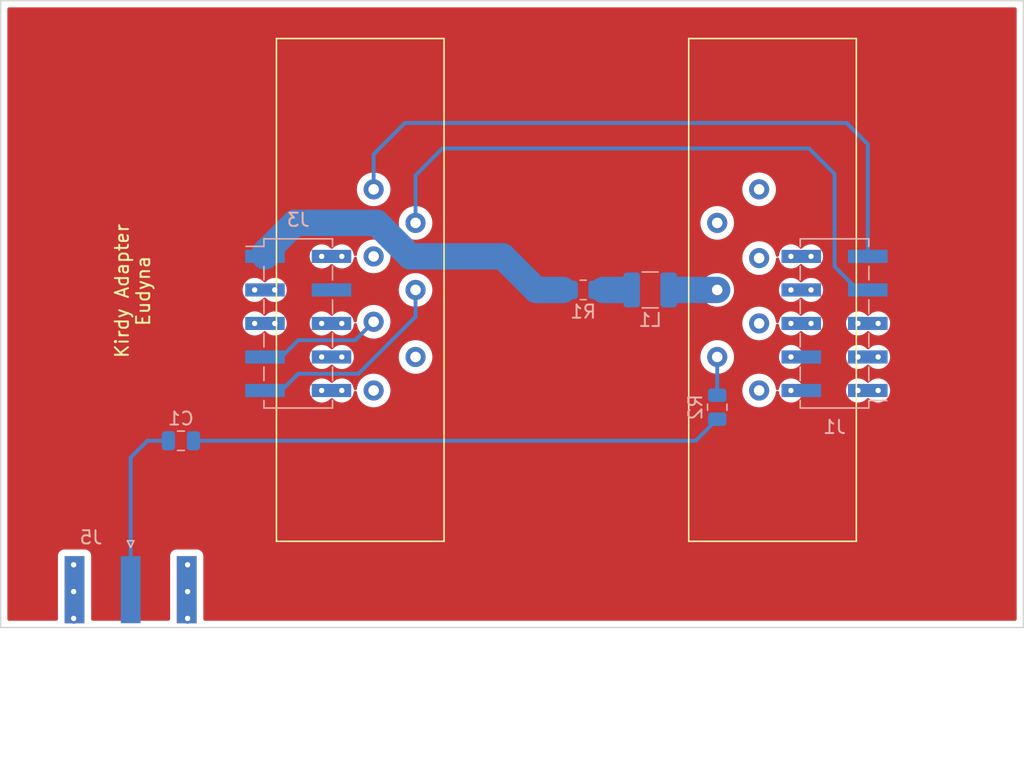
<source format=kicad_pcb>
(kicad_pcb (version 20211014) (generator pcbnew)

  (general
    (thickness 4.69)
  )

  (paper "A4")
  (layers
    (0 "F.Cu" signal)
    (1 "In1.Cu" signal)
    (2 "In2.Cu" signal)
    (31 "B.Cu" signal)
    (32 "B.Adhes" user "B.Adhesive")
    (33 "F.Adhes" user "F.Adhesive")
    (34 "B.Paste" user)
    (35 "F.Paste" user)
    (36 "B.SilkS" user "B.Silkscreen")
    (37 "F.SilkS" user "F.Silkscreen")
    (38 "B.Mask" user)
    (39 "F.Mask" user)
    (40 "Dwgs.User" user "User.Drawings")
    (41 "Cmts.User" user "User.Comments")
    (42 "Eco1.User" user "User.Eco1")
    (43 "Eco2.User" user "User.Eco2")
    (44 "Edge.Cuts" user)
    (45 "Margin" user)
    (46 "B.CrtYd" user "B.Courtyard")
    (47 "F.CrtYd" user "F.Courtyard")
    (48 "B.Fab" user)
    (49 "F.Fab" user)
    (50 "User.1" user)
    (51 "User.2" user)
    (52 "User.3" user)
    (53 "User.4" user)
    (54 "User.5" user)
    (55 "User.6" user)
    (56 "User.7" user)
    (57 "User.8" user)
    (58 "User.9" user)
  )

  (setup
    (stackup
      (layer "F.SilkS" (type "Top Silk Screen"))
      (layer "F.Paste" (type "Top Solder Paste"))
      (layer "F.Mask" (type "Top Solder Mask") (thickness 0.01))
      (layer "F.Cu" (type "copper") (thickness 0.035))
      (layer "dielectric 1" (type "core") (thickness 1.51) (material "FR4") (epsilon_r 4.5) (loss_tangent 0.02))
      (layer "In1.Cu" (type "copper") (thickness 0.035))
      (layer "dielectric 2" (type "prepreg") (thickness 1.51) (material "FR4") (epsilon_r 4.5) (loss_tangent 0.02))
      (layer "In2.Cu" (type "copper") (thickness 0.035))
      (layer "dielectric 3" (type "core") (thickness 1.51) (material "FR4") (epsilon_r 4.5) (loss_tangent 0.02))
      (layer "B.Cu" (type "copper") (thickness 0.035))
      (layer "B.Mask" (type "Bottom Solder Mask") (thickness 0.01))
      (layer "B.Paste" (type "Bottom Solder Paste"))
      (layer "B.SilkS" (type "Bottom Silk Screen"))
      (copper_finish "None")
      (dielectric_constraints no)
    )
    (pad_to_mask_clearance 0)
    (pcbplotparams
      (layerselection 0x00010fc_ffffffff)
      (disableapertmacros false)
      (usegerberextensions true)
      (usegerberattributes true)
      (usegerberadvancedattributes true)
      (creategerberjobfile false)
      (svguseinch false)
      (svgprecision 6)
      (excludeedgelayer true)
      (plotframeref false)
      (viasonmask false)
      (mode 1)
      (useauxorigin false)
      (hpglpennumber 1)
      (hpglpenspeed 20)
      (hpglpendiameter 15.000000)
      (dxfpolygonmode true)
      (dxfimperialunits true)
      (dxfusepcbnewfont true)
      (psnegative false)
      (psa4output false)
      (plotreference false)
      (plotvalue false)
      (plotinvisibletext false)
      (sketchpadsonfab false)
      (subtractmaskfromsilk true)
      (outputformat 1)
      (mirror false)
      (drillshape 0)
      (scaleselection 1)
      (outputdirectory "gerber/")
    )
  )

  (net 0 "")
  (net 1 "Net-(C1-Pad1)")
  (net 2 "Net-(C1-Pad2)")
  (net 3 "Net-(J1-Pad1)")
  (net 4 "GND")
  (net 5 "Net-(J1-Pad3)")
  (net 6 "Net-(J1-Pad7)")
  (net 7 "Net-(J1-Pad9)")
  (net 8 "Net-(J2-Pad3)")
  (net 9 "Net-(J2-Pad4)")
  (net 10 "Net-(J2-Pad5)")
  (net 11 "Net-(J3-Pad1)")
  (net 12 "unconnected-(J4-Pad1)")
  (net 13 "Net-(J4-Pad2)")
  (net 14 "Net-(L1-Pad2)")
  (net 15 "unconnected-(J4-Pad5)")
  (net 16 "unconnected-(J4-Pad6)")
  (net 17 "unconnected-(J4-Pad7)")
  (net 18 "Net-(L1-Pad1)")

  (footprint "laserSocket:socket left" (layer "F.Cu") (at 88.9 114.3))

  (footprint "laserSocket:socket left" (layer "F.Cu") (at 116.84 129.54 180))

  (footprint "Inductor_SMD:L_1210_3225Metric" (layer "B.Cu") (at 109.22 121.92))

  (footprint "Connector_Coaxial:SMA_Amphenol_132289_EdgeMount" (layer "B.Cu") (at 69.85 144.6375 -90))

  (footprint "Resistor_SMD:R_0805_2012Metric" (layer "B.Cu") (at 114.3 130.81 -90))

  (footprint "Connector_PinSocket_2.54mm:PinSocket_2x05_P2.54mm_Vertical_SMD" (layer "B.Cu") (at 123.19 124.46))

  (footprint "Connector_PinSocket_2.54mm:PinSocket_2x05_P2.54mm_Vertical_SMD" (layer "B.Cu") (at 82.55 124.46 180))

  (footprint "Resistor_SMD:R_0805_2012Metric" (layer "B.Cu") (at 104.14 121.92))

  (footprint "Capacitor_SMD:C_0805_2012Metric" (layer "B.Cu") (at 73.66 133.35 180))

  (gr_line (start 60 100) (end 60 147.5) (layer "Edge.Cuts") (width 0.1) (tstamp 0dd8cdc7-a913-4a23-960f-436fac2a9074))
  (gr_line (start 137.5 147.5) (end 137.5 102.5) (layer "Edge.Cuts") (width 0.1) (tstamp 327d2e3c-8f98-49de-bb35-56cf1c48e300))
  (gr_line (start 137.5 100) (end 60 100) (layer "Edge.Cuts") (width 0.1) (tstamp 3d3ed3d6-c0e1-4e6e-9aab-afef675b2a62))
  (gr_line (start 60 147.5) (end 137.5 147.5) (layer "Edge.Cuts") (width 0.1) (tstamp 9e36a96f-5e45-4833-99e9-7da92039d045))
  (gr_line (start 137.5 102.5) (end 137.5 100) (layer "Edge.Cuts") (width 0.1) (tstamp cfbbe543-82b2-4200-a089-411970780225))
  (gr_text "Kirdy Adapter\nEudyna" (at 70 122 90) (layer "F.SilkS") (tstamp dad8d6d9-b66c-4afb-b19e-c18d30565d65)
    (effects (font (size 1 1) (thickness 0.15)))
  )

  (segment (start 74.61 133.35) (end 112.6725 133.35) (width 0.2921) (layer "B.Cu") (net 1) (tstamp 705f1c8a-71b2-433a-bd8b-70deecc92066))
  (segment (start 112.6725 133.35) (end 114.3 131.7225) (width 0.2921) (layer "B.Cu") (net 1) (tstamp a597391e-e9ec-4904-96f4-a8eac5dd214e))
  (segment (start 71.12 133.35) (end 72.71 133.35) (width 0.2921) (layer "B.Cu") (net 2) (tstamp 22285ca8-9d3f-4c2f-8773-9684cd78397a))
  (segment (start 69.85 144.6375) (end 69.85 134.62) (width 0.2921) (layer "B.Cu") (net 2) (tstamp 7fd106b9-45e2-4cf5-b357-8ea324cc7e11))
  (segment (start 69.85 134.62) (end 71.12 133.35) (width 0.2921) (layer "B.Cu") (net 2) (tstamp 990326d2-486d-49c2-9d55-56ab7a79d3f9))
  (via (at 124.968 129.54) (size 0.8) (drill 0.4) (layers "F.Cu" "B.Cu") (net 3) (tstamp 27c173e8-ae97-4629-b488-552a6101fea1))
  (via (at 126.492 129.54) (size 0.8) (drill 0.4) (layers "F.Cu" "B.Cu") (net 3) (tstamp 7cfa98de-9943-468f-a17b-162333ed554a))
  (segment (start 88.265 129.54) (end 88.265 133.477) (width 2) (layer "In1.Cu") (net 3) (tstamp 16c96714-d3eb-4c57-87a3-e3642d98f43f))
  (segment (start 126.492 129.54) (end 124.968 129.54) (width 2) (layer "In1.Cu") (net 3) (tstamp 1882ccf5-4df3-4439-b8b0-3e5e33d66f01))
  (segment (start 94.996 140.208) (end 130.556 140.208) (width 2) (layer "In1.Cu") (net 3) (tstamp 32e63c14-b314-4dca-8bc7-a852131b9daa))
  (segment (start 132.588 138.176) (end 132.588 132.08) (width 2) (layer "In1.Cu") (net 3) (tstamp 6d51f690-a05e-40a6-96a4-fb238b569df4))
  (segment (start 132.588 132.08) (end 130.048 129.54) (width 2) (layer "In1.Cu") (net 3) (tstamp 71c53a86-1cb2-4b2e-9dde-3905d4ecaa48))
  (segment (start 88.265 133.477) (end 94.996 140.208) (width 2) (layer "In1.Cu") (net 3) (tstamp 7e6dec00-439b-4711-a04e-1a774a780e32))
  (segment (start 130.048 129.54) (end 126.492 129.54) (width 2) (layer "In1.Cu") (net 3) (tstamp a8178a62-3cfb-42d4-8042-a97ebd2d06b9))
  (segment (start 130.556 140.208) (end 132.588 138.176) (width 2) (layer "In1.Cu") (net 3) (tstamp cecb3fd5-af1b-43b5-8c29-c40854ce7f32))
  (via (at 74.168 142.748) (size 0.8) (drill 0.4) (layers "F.Cu" "B.Cu") (net 4) (tstamp 14387104-ffc4-4a04-b680-4472dc88be90))
  (via (at 84.328 119.38) (size 0.8) (drill 0.4) (layers "F.Cu" "B.Cu") (net 4) (tstamp 1a8eb9f7-094c-4033-a23c-82f2e76f7ac5))
  (via (at 119.888 127) (size 0.8) (drill 0.4) (layers "F.Cu" "B.Cu") (net 4) (tstamp 1d995e81-96b3-4415-9f45-3343afeafb54))
  (via (at 84.328 129.54) (size 0.8) (drill 0.4) (layers "F.Cu" "B.Cu") (net 4) (tstamp 1e29397b-408d-4222-9a34-d4bf7a8600d5))
  (via (at 119.888 119.38) (size 0.8) (drill 0.4) (layers "F.Cu" "B.Cu") (net 4) (tstamp 4467f3ee-442a-4ec5-b66d-3139369c15ea))
  (via (at 85.852 127) (size 0.8) (drill 0.4) (layers "F.Cu" "B.Cu") (net 4) (tstamp 45906714-6bf0-4288-ae6a-489a2de60fa3))
  (via (at 85.852 119.38) (size 0.8) (drill 0.4) (layers "F.Cu" "B.Cu") (net 4) (tstamp 4dd18630-7c24-4e7f-ad02-3d918748cdd5))
  (via (at 79.248 124.46) (size 0.8) (drill 0.4) (layers "F.Cu" "B.Cu") (net 4) (tstamp 51ecb871-5347-4a63-8b80-9069efa18950))
  (via (at 124.968 124.46) (size 0.8) (drill 0.4) (layers "F.Cu" "B.Cu") (net 4) (tstamp 55b79566-dda0-419b-a8be-cbc5c027dcfc))
  (via (at 65.532 144.78) (size 0.8) (drill 0.4) (layers "F.Cu" "B.Cu") (net 4) (tstamp 58164f3a-1c86-4309-b7e9-bf6b138d68f1))
  (via (at 65.532 146.812) (size 0.8) (drill 0.4) (layers "F.Cu" "B.Cu") (net 4) (tstamp 593e25d5-4d5b-4793-817f-8262648932fb))
  (via (at 121.412 119.38) (size 0.8) (drill 0.4) (layers "F.Cu" "B.Cu") (net 4) (tstamp 5c358c64-156a-4855-936a-6fb827e2d558))
  (via (at 85.852 129.54) (size 0.8) (drill 0.4) (layers "F.Cu" "B.Cu") (net 4) (tstamp 6035ee7f-9aec-4df7-b13b-c1a0a3c1740a))
  (via (at 65.532 142.748) (size 0.8) (drill 0.4) (layers "F.Cu" "B.Cu") (net 4) (tstamp 6631634d-17e2-42a4-a5e8-dbaf7b9ee9fd))
  (via (at 74.168 146.812) (size 0.8) (drill 0.4) (layers "F.Cu" "B.Cu") (net 4) (tstamp 8514295d-1b31-429f-bbee-09cafb504768))
  (via (at 119.888 121.92) (size 0.8) (drill 0.4) (layers "F.Cu" "B.Cu") (net 4) (tstamp 8bad9799-bfcf-4761-9d31-6cf8b2ac4d1f))
  (via (at 80.772 124.46) (size 0.8) (drill 0.4) (layers "F.Cu" "B.Cu") (net 4) (tstamp 922eeebc-2f4d-446f-8b1b-8bbfa2489c88))
  (via (at 84.328 124.46) (size 0.8) (drill 0.4) (layers "F.Cu" "B.Cu") (net 4) (tstamp 9f5d38c4-3b4c-4ad6-bc1d-85e9b52ac2f2))
  (via (at 85.852 124.46) (size 0.8) (drill 0.4) (layers "F.Cu" "B.Cu") (net 4) (tstamp a0cbde14-2e63-4f43-90d1-7a1a8bf5e3d0))
  (via (at 121.412 121.92) (size 0.8) (drill 0.4) (layers "F.Cu" "B.Cu") (net 4) (tstamp b276a797-ef43-4b64-bd6d-397decce75f1))
  (via (at 74.168 144.78) (size 0.8) (drill 0.4) (layers "F.Cu" "B.Cu") (net 4) (tstamp b2d7d3b0-4d80-49b1-9011-69e595db7088))
  (via (at 126.492 124.46) (size 0.8) (drill 0.4) (layers "F.Cu" "B.Cu") (net 4) (tstamp d258c0e6-6609-4ef8-8153-85d7dfd43902))
  (via (at 119.888 129.54) (size 0.8) (drill 0.4) (layers "F.Cu" "B.Cu") (net 4) (tstamp e87c8dbf-f1d0-4b25-9ad6-3002417bdab0))
  (via (at 121.412 124.46) (size 0.8) (drill 0.4) (layers "F.Cu" "B.Cu") (net 4) (tstamp ec960786-287d-47af-aba0-fb65a0cc889d))
  (via (at 119.888 124.46) (size 0.8) (drill 0.4) (layers "F.Cu" "B.Cu") (net 4) (tstamp ef9b50bf-04eb-46f6-a5d3-6245f1d8fdb9))
  (via (at 84.328 127) (size 0.8) (drill 0.4) (layers "F.Cu" "B.Cu") (net 4) (tstamp ff396f88-9036-4722-bf84-c109ff78abe4))
  (via (at 124.968 127) (size 0.8) (drill 0.4) (layers "F.Cu" "B.Cu") (net 5) (tstamp 09b888c3-fbc4-4984-a969-24c598115a07))
  (via (at 126.492 127) (size 0.8) (drill 0.4) (layers "F.Cu" "B.Cu") (net 5) (tstamp 42251253-78af-4807-a79e-80e855cc3295))
  (segment (start 91.44 129.54) (end 98.552 136.652) (width 2) (layer "In1.Cu") (net 5) (tstamp 73f10871-ed84-4892-b74b-574f8a95b177))
  (segment (start 123.444 127) (end 124.968 127) (width 2) (layer "In1.Cu") (net 5) (tstamp 92221656-3b59-4eae-9ad8-adc3d1b744ed))
  (segment (start 98.552 136.652) (end 118.364 136.652) (width 2) (layer "In1.Cu") (net 5) (tstamp a653d93d-dfb9-4f5b-ba41-d07623a65787))
  (segment (start 122.428 132.588) (end 122.428 128.016) (width 2) (layer "In1.Cu") (net 5) (tstamp b0913c03-199e-4269-a4cc-8d1897fbf599))
  (segment (start 122.428 128.016) (end 123.444 127) (width 2) (layer "In1.Cu") (net 5) (tstamp b8cf406f-f1d0-47fd-ad92-81ea00e4c4f6))
  (segment (start 118.364 136.652) (end 122.428 132.588) (width 2) (layer "In1.Cu") (net 5) (tstamp d8dde2f6-07e2-4d02-be7a-00f4c4a4e695))
  (segment (start 124.968 127) (end 126.492 127) (width 2) (layer "In1.Cu") (net 5) (tstamp f69aab77-941f-4f3e-a96a-4ebafcee0bc2))
  (segment (start 91.44 127) (end 91.44 129.54) (width 2) (layer "In1.Cu") (net 5) (tstamp fa911d43-20db-4e6e-8145-a3973470b264))
  (segment (start 93.472 111.2012) (end 121.2596 111.2012) (width 0.2921) (layer "B.Cu") (net 6) (tstamp 40638823-794e-43f1-aebe-74d5184533bd))
  (segment (start 91.44 116.84) (end 91.44 113.2332) (width 0.2921) (layer "B.Cu") (net 6) (tstamp 57352c60-e5ff-4c14-bb0b-5dc2cfb1a011))
  (segment (start 121.2596 111.2012) (end 123.19 113.1316) (width 0.2921) (layer "B.Cu") (net 6) (tstamp 5bcd4e5a-7239-4834-9b63-75acc26fa0ef))
  (segment (start 123.19 120.142) (end 124.968 121.92) (width 0.2921) (layer "B.Cu") (net 6) (tstamp 645621bf-c738-426d-85c8-9e047fe1ef59))
  (segment (start 91.44 113.2332) (end 93.472 111.2012) (width 0.2921) (layer "B.Cu") (net 6) (tstamp 834fbd27-c616-4575-a40c-7b5d47e75adb))
  (segment (start 123.19 113.1316) (end 123.19 120.142) (width 0.2921) (layer "B.Cu") (net 6) (tstamp 88facb78-bf3d-40e2-8084-f0eadd3550fb))
  (segment (start 124.968 121.92) (end 125.71 121.92) (width 0.2921) (layer "B.Cu") (net 6) (tstamp c60f2c77-03e9-483d-a7f7-b305c1d784b8))
  (segment (start 125.71 110.8764) (end 124.1044 109.2708) (width 0.2921) (layer "B.Cu") (net 7) (tstamp 86cf6802-91fc-48de-8594-ced725d7fa27))
  (segment (start 124.1044 109.2708) (end 90.6272 109.2708) (width 0.2921) (layer "B.Cu") (net 7) (tstamp 97612e25-7622-4535-b4c2-a3ed76384381))
  (segment (start 88.265 111.633) (end 88.265 114.3) (width 0.2921) (layer "B.Cu") (net 7) (tstamp b326fc6d-8e0e-43c1-8f35-d542ac5ed779))
  (segment (start 125.71 119.38) (end 125.71 110.8764) (width 0.2921) (layer "B.Cu") (net 7) (tstamp c9d6a4c2-6ab1-4733-bc94-a59ab8dbcf2d))
  (segment (start 90.6272 109.2708) (end 88.265 111.633) (width 0.2921) (layer "B.Cu") (net 7) (tstamp f2915410-5d31-4942-9e5e-9c56619a5e2a))
  (via (at 80.772 121.92) (size 0.8) (drill 0.4) (layers "F.Cu" "B.Cu") (net 8) (tstamp 7ac10f3a-aea8-4719-97f6-3225e0b97bf7))
  (via (at 79.248 121.92) (size 0.8) (drill 0.4) (layers "F.Cu" "B.Cu") (net 8) (tstamp a420bf2a-d448-4437-bf87-6ea5ccb59efb))
  (segment (start 79.248 121.92) (end 78.74 121.92) (width 2) (layer "In1.Cu") (net 8) (tstamp 32968e3d-c7e9-4c84-b41c-4afbc5b78509))
  (segment (start 117.475 124.46) (end 99.06 124.46) (width 2) (layer "In1.Cu") (net 8) (tstamp 360118d4-6e9a-4220-9efa-84a8da27ce06))
  (segment (start 88.265 119.38) (end 88.265 120.523) (width 2) (layer "In1.Cu") (net 8) (tstamp 50a463b0-9d7b-4f50-887d-e4c020dac46b))
  (segment (start 80.772 121.92) (end 79.248 121.92) (width 2) (layer "In1.Cu") (net 8) (tstamp 5e1aa00c-ef13-4c20-968b-753a4d249dd4))
  (segment (start 99.06 124.46) (end 93.98 119.38) (width 2) (layer "In1.Cu") (net 8) (tstamp 9f005f55-651f-49f4-b3f5-de3bd587a459))
  (segment (start 86.868 121.92) (end 80.772 121.92) (width 2) (layer "In1.Cu") (net 8) (tstamp a92aa072-02f7-46dd-99a3-7ac37ad5154c))
  (segment (start 93.98 119.38) (end 88.265 119.38) (width 2) (layer "In1.Cu") (net 8) (tstamp ab8945bc-ac3a-4450-a7a8-597ef4cd1973))
  (segment (start 88.265 120.523) (end 86.868 121.92) (width 2) (layer "In1.Cu") (net 8) (tstamp c6df1a90-d758-4b76-af2f-260cf4428702))
  (segment (start 80.03 129.54) (end 81.28 129.54) (width 0.2921) (layer "B.Cu") (net 9) (tstamp 2dd9cbe5-6805-4863-a8db-e0b502f4b1b5))
  (segment (start 81.28 129.54) (end 82.55 128.27) (width 0.2921) (layer "B.Cu") (net 9) (tstamp 327cfb82-d6e6-4762-b668-4f7565fbdf33))
  (segment (start 82.55 128.27) (end 87.122 128.27) (width 0.2921) (layer "B.Cu") (net 9) (tstamp 4d7d4c5d-4e99-4939-a904-aadd8010c1c1))
  (segment (start 87.122 128.27) (end 91.44 123.952) (width 0.2921) (layer "B.Cu") (net 9) (tstamp aa20925c-6b29-4ecf-9175-62f0be37603e))
  (segment (start 91.44 123.952) (end 91.44 121.92) (width 0.2921) (layer "B.Cu") (net 9) (tstamp e4ef1f7d-d9c2-4fa9-bbe4-cfdccd8f82b3))
  (segment (start 82.55 125.73) (end 86.868 125.73) (width 0.2921) (layer "B.Cu") (net 10) (tstamp 00ba8cad-ed49-446a-829e-88c81cd6df12))
  (segment (start 80.03 127) (end 81.28 127) (width 0.2921) (layer "B.Cu") (net 10) (tstamp 1f7f56d5-65fa-426f-884c-a0370b233849))
  (segment (start 81.28 127) (end 82.55 125.73) (width 0.2921) (layer "B.Cu") (net 10) (tstamp 9df52318-2373-4aee-9b9a-ccf759fe0c3d))
  (segment (start 86.868 125.73) (end 88.265 124.333) (width 0.2921) (layer "B.Cu") (net 10) (tstamp e15f1b16-fc74-44ab-b697-5acfaa311116))
  (segment (start 88.499688 116.84) (end 91.039688 119.38) (width 2) (layer "B.Cu") (net 11) (tstamp 2a901a9c-75c8-4b11-b8d3-7d623e7522a8))
  (segment (start 80.03 119.38) (end 80.03 119.106) (width 2) (layer "B.Cu") (net 11) (tstamp 43770790-01db-4c5e-bd8e-239abea901d5))
  (segment (start 98.044 119.38) (end 100.584 121.92) (width 2) (layer "B.Cu") (net 11) (tstamp 57617d80-1d41-4621-8d4e-990e6855095c))
  (segment (start 91.039688 119.38) (end 98.044 119.38) (width 2) (layer "B.Cu") (net 11) (tstamp a26e99d1-c63f-49b4-9d0a-b242f6b77062))
  (segment (start 100.584 121.92) (end 102.616 121.92) (width 2) (layer "B.Cu") (net 11) (tstamp a2e7d9dd-dd3b-4789-88d7-1da8aa126c46))
  (segment (start 80.03 119.106) (end 82.296 116.84) (width 2) (layer "B.Cu") (net 11) (tstamp bcd2e538-6196-4992-ab01-bb534f4a34fe))
  (segment (start 82.296 116.84) (end 88.499688 116.84) (width 2) (layer "B.Cu") (net 11) (tstamp d422f4bc-8e03-43c0-9167-714cd95559eb))
  (segment (start 114.3 129.8975) (end 114.3 127) (width 0.2921) (layer "B.Cu") (net 13) (tstamp c5fc6d31-fee4-42d0-92b6-6bde8996241d))
  (segment (start 111.252 121.92) (end 114.3 121.92) (width 2) (layer "B.Cu") (net 14) (tstamp f05df45c-beac-4bae-9cd0-51769296528b))
  (segment (start 105.664 121.92) (end 107.188 121.92) (width 2) (layer "B.Cu") (net 18) (tstamp c1ca6f81-0243-4f6c-a533-04f5c6bcfd1a))

  (zone (net 0) (net_name "") (layer "F.Cu") (tstamp a88d8bc5-3d68-4a74-8420-46c2f2e4a4d4) (hatch edge 0.508)
    (connect_pads yes (clearance 0.508))
    (min_thickness 0.254) (filled_areas_thickness no)
    (fill yes (thermal_gap 0.508) (thermal_bridge_width 0.508) (island_removal_mode 1) (island_area_min 0))
    (polygon
      (pts
        (xy 137 147)
        (xy 60 147)
        (xy 60 100)
        (xy 137 100)
      )
    )
    (filled_polygon
      (layer "F.Cu")
      (island)
      (pts
        (xy 136.933621 100.528502)
        (xy 136.980114 100.582158)
        (xy 136.9915 100.6345)
        (xy 136.9915 146.8655)
        (xy 136.971498 146.933621)
        (xy 136.917842 146.980114)
        (xy 136.8655 146.9915)
        (xy 75.4845 146.9915)
        (xy 75.416379 146.971498)
        (xy 75.369886 146.917842)
        (xy 75.3585 146.8655)
        (xy 75.3585 142.049366)
        (xy 75.351745 141.987184)
        (xy 75.300615 141.850795)
        (xy 75.213261 141.734239)
        (xy 75.096705 141.646885)
        (xy 74.960316 141.595755)
        (xy 74.898134 141.589)
        (xy 73.301866 141.589)
        (xy 73.239684 141.595755)
        (xy 73.103295 141.646885)
        (xy 72.986739 141.734239)
        (xy 72.899385 141.850795)
        (xy 72.848255 141.987184)
        (xy 72.8415 142.049366)
        (xy 72.8415 146.8655)
        (xy 72.821498 146.933621)
        (xy 72.767842 146.980114)
        (xy 72.7155 146.9915)
        (xy 66.9845 146.9915)
        (xy 66.916379 146.971498)
        (xy 66.869886 146.917842)
        (xy 66.8585 146.8655)
        (xy 66.8585 142.049366)
        (xy 66.851745 141.987184)
        (xy 66.800615 141.850795)
        (xy 66.713261 141.734239)
        (xy 66.596705 141.646885)
        (xy 66.460316 141.595755)
        (xy 66.398134 141.589)
        (xy 64.801866 141.589)
        (xy 64.739684 141.595755)
        (xy 64.603295 141.646885)
        (xy 64.486739 141.734239)
        (xy 64.399385 141.850795)
        (xy 64.348255 141.987184)
        (xy 64.3415 142.049366)
        (xy 64.3415 146.8655)
        (xy 64.321498 146.933621)
        (xy 64.267842 146.980114)
        (xy 64.2155 146.9915)
        (xy 60.6345 146.9915)
        (xy 60.566379 146.971498)
        (xy 60.519886 146.917842)
        (xy 60.5085 146.8655)
        (xy 60.5085 129.54)
        (xy 83.414496 129.54)
        (xy 83.434458 129.729928)
        (xy 83.493473 129.911556)
        (xy 83.58896 130.076944)
        (xy 83.593378 130.081851)
        (xy 83.593379 130.081852)
        (xy 83.659635 130.155437)
        (xy 83.716747 130.218866)
        (xy 83.871248 130.331118)
        (xy 83.877276 130.333802)
        (xy 83.877278 130.333803)
        (xy 83.935626 130.359781)
        (xy 84.045712 130.408794)
        (xy 84.139113 130.428647)
        (xy 84.226056 130.447128)
        (xy 84.226061 130.447128)
        (xy 84.232513 130.4485)
        (xy 84.423487 130.4485)
        (xy 84.429939 130.447128)
        (xy 84.429944 130.447128)
        (xy 84.516887 130.428647)
        (xy 84.610288 130.408794)
        (xy 84.720374 130.359781)
        (xy 84.778722 130.333803)
        (xy 84.778724 130.333802)
        (xy 84.784752 130.331118)
        (xy 84.939253 130.218866)
        (xy 84.996365 130.155436)
        (xy 85.05681 130.118198)
        (xy 85.127794 130.11955)
        (xy 85.183634 130.155436)
        (xy 85.240747 130.218866)
        (xy 85.395248 130.331118)
        (xy 85.401276 130.333802)
        (xy 85.401278 130.333803)
        (xy 85.459626 130.359781)
        (xy 85.569712 130.408794)
        (xy 85.663113 130.428647)
        (xy 85.750056 130.447128)
        (xy 85.750061 130.447128)
        (xy 85.756513 130.4485)
        (xy 85.947487 130.4485)
        (xy 85.953939 130.447128)
        (xy 85.953944 130.447128)
        (xy 86.040887 130.428647)
        (xy 86.134288 130.408794)
        (xy 86.244374 130.359781)
        (xy 86.302722 130.333803)
        (xy 86.302724 130.333802)
        (xy 86.308752 130.331118)
        (xy 86.463253 130.218866)
        (xy 86.520365 130.155437)
        (xy 86.586621 130.081852)
        (xy 86.586622 130.081851)
        (xy 86.59104 130.076944)
        (xy 86.686527 129.911556)
        (xy 86.745542 129.729928)
        (xy 86.751044 129.677579)
        (xy 86.778057 129.611923)
        (xy 86.836279 129.571293)
        (xy 86.907224 129.56859)
        (xy 86.968368 129.604672)
        (xy 87.000298 129.668083)
        (xy 87.001875 129.679767)
        (xy 87.009022 129.761463)
        (xy 87.06656 129.976196)
        (xy 87.068882 129.981177)
        (xy 87.068883 129.981178)
        (xy 87.158186 130.172689)
        (xy 87.158189 130.172694)
        (xy 87.160512 130.177676)
        (xy 87.163668 130.182183)
        (xy 87.163669 130.182185)
        (xy 87.185918 130.213959)
        (xy 87.288023 130.359781)
        (xy 87.445219 130.516977)
        (xy 87.449727 130.520134)
        (xy 87.44973 130.520136)
        (xy 87.525495 130.573187)
        (xy 87.627323 130.644488)
        (xy 87.632305 130.646811)
        (xy 87.63231 130.646814)
        (xy 87.823822 130.736117)
        (xy 87.828804 130.73844)
        (xy 87.834112 130.739862)
        (xy 87.834114 130.739863)
        (xy 87.899949 130.757503)
        (xy 88.043537 130.795978)
        (xy 88.265 130.815353)
        (xy 88.486463 130.795978)
        (xy 88.630051 130.757503)
        (xy 88.695886 130.739863)
        (xy 88.695888 130.739862)
        (xy 88.701196 130.73844)
        (xy 88.706178 130.736117)
        (xy 88.89769 130.646814)
        (xy 88.897695 130.646811)
        (xy 88.902677 130.644488)
        (xy 89.004505 130.573187)
        (xy 89.08027 130.520136)
        (xy 89.080273 130.520134)
        (xy 89.084781 130.516977)
        (xy 89.241977 130.359781)
        (xy 89.344083 130.213959)
        (xy 89.366331 130.182185)
        (xy 89.366332 130.182183)
        (xy 89.369488 130.177676)
        (xy 89.371811 130.172694)
        (xy 89.371814 130.172689)
        (xy 89.461117 129.981178)
        (xy 89.461118 129.981177)
        (xy 89.46344 129.976196)
        (xy 89.520978 129.761463)
        (xy 89.540353 129.54)
        (xy 116.199647 129.54)
        (xy 116.219022 129.761463)
        (xy 116.27656 129.976196)
        (xy 116.278882 129.981177)
        (xy 116.278883 129.981178)
        (xy 116.368186 130.172689)
        (xy 116.368189 130.172694)
        (xy 116.370512 130.177676)
        (xy 116.373668 130.182183)
        (xy 116.373669 130.182185)
        (xy 116.395918 130.213959)
        (xy 116.498023 130.359781)
        (xy 116.655219 130.516977)
        (xy 116.659727 130.520134)
        (xy 116.65973 130.520136)
        (xy 116.735495 130.573187)
        (xy 116.837323 130.644488)
        (xy 116.842305 130.646811)
        (xy 116.84231 130.646814)
        (xy 117.033822 130.736117)
        (xy 117.038804 130.73844)
        (xy 117.044112 130.739862)
        (xy 117.044114 130.739863)
        (xy 117.109949 130.757503)
        (xy 117.253537 130.795978)
        (xy 117.475 130.815353)
        (xy 117.696463 130.795978)
        (xy 117.840051 130.757503)
        (xy 117.905886 130.739863)
        (xy 117.905888 130.739862)
        (xy 117.911196 130.73844)
        (xy 117.916178 130.736117)
        (xy 118.10769 130.646814)
        (xy 118.107695 130.646811)
        (xy 118.112677 130.644488)
        (xy 118.214505 130.573187)
        (xy 118.29027 130.520136)
        (xy 118.290273 130.520134)
        (xy 118.294781 130.516977)
        (xy 118.451977 130.359781)
        (xy 118.554083 130.213959)
        (xy 118.576331 130.182185)
        (xy 118.576332 130.182183)
        (xy 118.579488 130.177676)
        (xy 118.581811 130.172694)
        (xy 118.581814 130.172689)
        (xy 118.671117 129.981178)
        (xy 118.671118 129.981177)
        (xy 118.67344 129.976196)
        (xy 118.730978 129.761463)
        (xy 118.738125 129.679769)
        (xy 118.763988 129.613651)
        (xy 118.821492 129.572011)
        (xy 118.892379 129.56807)
        (xy 118.954144 129.603079)
        (xy 118.987176 129.665923)
        (xy 118.988956 129.677578)
        (xy 118.994458 129.729928)
        (xy 119.053473 129.911556)
        (xy 119.14896 130.076944)
        (xy 119.153378 130.081851)
        (xy 119.153379 130.081852)
        (xy 119.219635 130.155437)
        (xy 119.276747 130.218866)
        (xy 119.431248 130.331118)
        (xy 119.437276 130.333802)
        (xy 119.437278 130.333803)
        (xy 119.495626 130.359781)
        (xy 119.605712 130.408794)
        (xy 119.699113 130.428647)
        (xy 119.786056 130.447128)
        (xy 119.786061 130.447128)
        (xy 119.792513 130.4485)
        (xy 119.983487 130.4485)
        (xy 119.989939 130.447128)
        (xy 119.989944 130.447128)
        (xy 120.076887 130.428647)
        (xy 120.170288 130.408794)
        (xy 120.280374 130.359781)
        (xy 120.338722 130.333803)
        (xy 120.338724 130.333802)
        (xy 120.344752 130.331118)
        (xy 120.499253 130.218866)
        (xy 120.556365 130.155437)
        (xy 120.622621 130.081852)
        (xy 120.622622 130.081851)
        (xy 120.62704 130.076944)
        (xy 120.722527 129.911556)
        (xy 120.781542 129.729928)
        (xy 120.801504 129.54)
        (xy 124.054496 129.54)
        (xy 124.074458 129.729928)
        (xy 124.133473 129.911556)
        (xy 124.22896 130.076944)
        (xy 124.233378 130.081851)
        (xy 124.233379 130.081852)
        (xy 124.299635 130.155437)
        (xy 124.356747 130.218866)
        (xy 124.511248 130.331118)
        (xy 124.517276 130.333802)
        (xy 124.517278 130.333803)
        (xy 124.575626 130.359781)
        (xy 124.685712 130.408794)
        (xy 124.779113 130.428647)
        (xy 124.866056 130.447128)
        (xy 124.866061 130.447128)
        (xy 124.872513 130.4485)
        (xy 125.063487 130.4485)
        (xy 125.069939 130.447128)
        (xy 125.069944 130.447128)
        (xy 125.156887 130.428647)
        (xy 125.250288 130.408794)
        (xy 125.360374 130.359781)
        (xy 125.418722 130.333803)
        (xy 125.418724 130.333802)
        (xy 125.424752 130.331118)
        (xy 125.579253 130.218866)
        (xy 125.636365 130.155436)
        (xy 125.69681 130.118198)
        (xy 125.767794 130.11955)
        (xy 125.823634 130.155436)
        (xy 125.880747 130.218866)
        (xy 126.035248 130.331118)
        (xy 126.041276 130.333802)
        (xy 126.041278 130.333803)
        (xy 126.099626 130.359781)
        (xy 126.209712 130.408794)
        (xy 126.303113 130.428647)
        (xy 126.390056 130.447128)
        (xy 126.390061 130.447128)
        (xy 126.396513 130.4485)
        (xy 126.587487 130.4485)
        (xy 126.593939 130.447128)
        (xy 126.593944 130.447128)
        (xy 126.680887 130.428647)
        (xy 126.774288 130.408794)
        (xy 126.884374 130.359781)
        (xy 126.942722 130.333803)
        (xy 126.942724 130.333802)
        (xy 126.948752 130.331118)
        (xy 127.103253 130.218866)
        (xy 127.160365 130.155437)
        (xy 127.226621 130.081852)
        (xy 127.226622 130.081851)
        (xy 127.23104 130.076944)
        (xy 127.326527 129.911556)
        (xy 127.385542 129.729928)
        (xy 127.405504 129.54)
        (xy 127.385542 129.350072)
        (xy 127.326527 129.168444)
        (xy 127.23104 129.003056)
        (xy 127.192678 128.96045)
        (xy 127.107675 128.866045)
        (xy 127.107671 128.866041)
        (xy 127.103253 128.861134)
        (xy 126.948752 128.748882)
        (xy 126.942724 128.746198)
        (xy 126.942722 128.746197)
        (xy 126.780319 128.673891)
        (xy 126.780318 128.673891)
        (xy 126.774288 128.671206)
        (xy 126.680888 128.651353)
        (xy 126.593944 128.632872)
        (xy 126.593939 128.632872)
        (xy 126.587487 128.6315)
        (xy 126.396513 128.6315)
        (xy 126.390061 128.632872)
        (xy 126.390056 128.632872)
        (xy 126.303112 128.651353)
        (xy 126.209712 128.671206)
        (xy 126.203682 128.673891)
        (xy 126.203681 128.673891)
        (xy 126.041278 128.746197)
        (xy 126.041276 128.746198)
        (xy 126.035248 128.748882)
        (xy 125.880747 128.861134)
        (xy 125.823635 128.924564)
        (xy 125.76319 128.961802)
        (xy 125.692206 128.96045)
        (xy 125.636366 128.924564)
        (xy 125.579253 128.861134)
        (xy 125.424752 128.748882)
        (xy 125.418724 128.746198)
        (xy 125.418722 128.746197)
        (xy 125.256319 128.673891)
        (xy 125.256318 128.673891)
        (xy 125.250288 128.671206)
        (xy 125.156888 128.651353)
        (xy 125.069944 128.632872)
        (xy 125.069939 128.632872)
        (xy 125.063487 128.6315)
        (xy 124.872513 128.6315)
        (xy 124.866061 128.632872)
        (xy 124.866056 128.632872)
        (xy 124.779112 128.651353)
        (xy 124.685712 128.671206)
        (xy 124.679682 128.673891)
        (xy 124.679681 128.673891)
        (xy 124.517278 128.746197)
        (xy 124.517276 128.746198)
        (xy 124.511248 128.748882)
        (xy 124.356747 128.861134)
        (xy 124.352329 128.866041)
        (xy 124.352325 128.866045)
        (xy 124.267323 128.96045)
        (xy 124.22896 129.003056)
        (xy 124.133473 129.168444)
        (xy 124.074458 129.350072)
        (xy 124.054496 129.54)
        (xy 120.801504 129.54)
        (xy 120.781542 129.350072)
        (xy 120.722527 129.168444)
        (xy 120.62704 129.003056)
        (xy 120.588678 128.96045)
        (xy 120.503675 128.866045)
        (xy 120.503671 128.866041)
        (xy 120.499253 128.861134)
        (xy 120.344752 128.748882)
        (xy 120.338724 128.746198)
        (xy 120.338722 128.746197)
        (xy 120.176319 128.673891)
        (xy 120.176318 128.673891)
        (xy 120.170288 128.671206)
        (xy 120.076888 128.651353)
        (xy 119.989944 128.632872)
        (xy 119.989939 128.632872)
        (xy 119.983487 128.6315)
        (xy 119.792513 128.6315)
        (xy 119.786061 128.632872)
        (xy 119.786056 128.632872)
        (xy 119.699112 128.651353)
        (xy 119.605712 128.671206)
        (xy 119.599682 128.673891)
        (xy 119.599681 128.673891)
        (xy 119.437278 128.746197)
        (xy 119.437276 128.746198)
        (xy 119.431248 128.748882)
        (xy 119.276747 128.861134)
        (xy 119.272329 128.866041)
        (xy 119.272325 128.866045)
        (xy 119.187323 128.96045)
        (xy 119.14896 129.003056)
        (xy 119.053473 129.168444)
        (xy 118.994458 129.350072)
        (xy 118.993769 129.356631)
        (xy 118.993768 129.356634)
        (xy 118.988956 129.402421)
        (xy 118.961943 129.468077)
        (xy 118.903721 129.508707)
        (xy 118.832776 129.51141)
        (xy 118.771632 129.475328)
        (xy 118.739702 129.411917)
        (xy 118.738125 129.400231)
        (xy 118.733737 129.350072)
        (xy 118.730978 129.318537)
        (xy 118.67344 129.103804)
        (xy 118.671117 129.098822)
        (xy 118.581814 128.907311)
        (xy 118.581811 128.907306)
        (xy 118.579488 128.902324)
        (xy 118.554085 128.866045)
        (xy 118.455136 128.72473)
        (xy 118.455134 128.724727)
        (xy 118.451977 128.720219)
        (xy 118.294781 128.563023)
        (xy 118.290273 128.559866)
        (xy 118.29027 128.559864)
        (xy 118.214505 128.506813)
        (xy 118.112677 128.435512)
        (xy 118.107695 128.433189)
        (xy 118.10769 128.433186)
        (xy 117.916178 128.343883)
        (xy 117.916177 128.343882)
        (xy 117.911196 128.34156)
        (xy 117.905888 128.340138)
        (xy 117.905886 128.340137)
        (xy 117.840051 128.322497)
        (xy 117.696463 128.284022)
        (xy 117.475 128.264647)
        (xy 117.253537 128.284022)
        (xy 117.109949 128.322497)
        (xy 117.044114 128.340137)
        (xy 117.044112 128.340138)
        (xy 117.038804 128.34156)
        (xy 117.033823 128.343882)
        (xy 117.033822 128.343883)
        (xy 116.842311 128.433186)
        (xy 116.842306 128.433189)
        (xy 116.837324 128.435512)
        (xy 116.832817 128.438668)
        (xy 116.832815 128.438669)
        (xy 116.65973 128.559864)
        (xy 116.659727 128.559866)
        (xy 116.655219 128.563023)
        (xy 116.498023 128.720219)
        (xy 116.494866 128.724727)
        (xy 116.494864 128.72473)
        (xy 116.395915 128.866045)
        (xy 116.370512 128.902324)
        (xy 116.368189 128.907306)
        (xy 116.368186 128.907311)
        (xy 116.278883 129.098822)
        (xy 116.27656 129.103804)
        (xy 116.219022 129.318537)
        (xy 116.199647 129.54)
        (xy 89.540353 129.54)
        (xy 89.520978 129.318537)
        (xy 89.46344 129.103804)
        (xy 89.461117 129.098822)
        (xy 89.371814 128.907311)
        (xy 89.371811 128.907306)
        (xy 89.369488 128.902324)
        (xy 89.344085 128.866045)
        (xy 89.245136 128.72473)
        (xy 89.245134 128.724727)
        (xy 89.241977 128.720219)
        (xy 89.084781 128.563023)
        (xy 89.080273 128.559866)
        (xy 89.08027 128.559864)
        (xy 89.004505 128.506813)
        (xy 88.902677 128.435512)
        (xy 88.897695 128.433189)
        (xy 88.89769 128.433186)
        (xy 88.706178 128.343883)
        (xy 88.706177 128.343882)
        (xy 88.701196 128.34156)
        (xy 88.695888 128.340138)
        (xy 88.695886 128.340137)
        (xy 88.630051 128.322497)
        (xy 88.486463 128.284022)
        (xy 88.265 128.264647)
        (xy 88.043537 128.284022)
        (xy 87.899949 128.322497)
        (xy 87.834114 128.340137)
        (xy 87.834112 128.340138)
        (xy 87.828804 128.34156)
        (xy 87.823823 128.343882)
        (xy 87.823822 128.343883)
        (xy 87.632311 128.433186)
        (xy 87.632306 128.433189)
        (xy 87.627324 128.435512)
        (xy 87.622817 128.438668)
        (xy 87.622815 128.438669)
        (xy 87.44973 128.559864)
        (xy 87.449727 128.559866)
        (xy 87.445219 128.563023)
        (xy 87.288023 128.720219)
        (xy 87.284866 128.724727)
        (xy 87.284864 128.72473)
        (xy 87.185915 128.866045)
        (xy 87.160512 128.902324)
        (xy 87.158189 128.907306)
        (xy 87.158186 128.907311)
        (xy 87.068883 129.098822)
        (xy 87.06656 129.103804)
        (xy 87.009022 129.318537)
        (xy 87.006263 129.350072)
        (xy 87.001875 129.400231)
        (xy 86.976012 129.466349)
        (xy 86.918508 129.507989)
        (xy 86.847621 129.51193)
        (xy 86.785856 129.476921)
        (xy 86.752824 129.414077)
        (xy 86.751044 129.402421)
        (xy 86.746232 129.356634)
        (xy 86.746231 129.356631)
        (xy 86.745542 129.350072)
        (xy 86.686527 129.168444)
        (xy 86.59104 129.003056)
        (xy 86.552678 128.96045)
        (xy 86.467675 128.866045)
        (xy 86.467671 128.866041)
        (xy 86.463253 128.861134)
        (xy 86.308752 128.748882)
        (xy 86.302724 128.746198)
        (xy 86.302722 128.746197)
        (xy 86.140319 128.673891)
        (xy 86.140318 128.673891)
        (xy 86.134288 128.671206)
        (xy 86.040888 128.651353)
        (xy 85.953944 128.632872)
        (xy 85.953939 128.632872)
        (xy 85.947487 128.6315)
        (xy 85.756513 128.6315)
        (xy 85.750061 128.632872)
        (xy 85.750056 128.632872)
        (xy 85.663112 128.651353)
        (xy 85.569712 128.671206)
        (xy 85.563682 128.673891)
        (xy 85.563681 128.673891)
        (xy 85.401278 128.746197)
        (xy 85.401276 128.746198)
        (xy 85.395248 128.748882)
        (xy 85.240747 128.861134)
        (xy 85.183635 128.924564)
        (xy 85.12319 128.961802)
        (xy 85.052206 128.96045)
        (xy 84.996366 128.924564)
        (xy 84.939253 128.861134)
        (xy 84.784752 128.748882)
        (xy 84.778724 128.746198)
        (xy 84.778722 128.746197)
        (xy 84.616319 128.673891)
        (xy 84.616318 128.673891)
        (xy 84.610288 128.671206)
        (xy 84.516888 128.651353)
        (xy 84.429944 128.632872)
        (xy 84.429939 128.632872)
        (xy 84.423487 128.6315)
        (xy 84.232513 128.6315)
        (xy 84.226061 128.632872)
        (xy 84.226056 128.632872)
        (xy 84.139112 128.651353)
        (xy 84.045712 128.671206)
        (xy 84.039682 128.673891)
        (xy 84.039681 128.673891)
        (xy 83.877278 128.746197)
        (xy 83.877276 128.746198)
        (xy 83.871248 128.748882)
        (xy 83.716747 128.861134)
        (xy 83.712329 128.866041)
        (xy 83.712325 128.866045)
        (xy 83.627323 128.96045)
        (xy 83.58896 129.003056)
        (xy 83.493473 129.168444)
        (xy 83.434458 129.350072)
        (xy 83.414496 129.54)
        (xy 60.5085 129.54)
        (xy 60.5085 127)
        (xy 83.414496 127)
        (xy 83.434458 127.189928)
        (xy 83.493473 127.371556)
        (xy 83.58896 127.536944)
        (xy 83.593378 127.541851)
        (xy 83.593379 127.541852)
        (xy 83.659635 127.615437)
        (xy 83.716747 127.678866)
        (xy 83.871248 127.791118)
        (xy 83.877276 127.793802)
        (xy 83.877278 127.793803)
        (xy 83.935626 127.819781)
        (xy 84.045712 127.868794)
        (xy 84.139112 127.888647)
        (xy 84.226056 127.907128)
        (xy 84.226061 127.907128)
        (xy 84.232513 127.9085)
        (xy 84.423487 127.9085)
        (xy 84.429939 127.907128)
        (xy 84.429944 127.907128)
        (xy 84.516888 127.888647)
        (xy 84.610288 127.868794)
        (xy 84.720374 127.819781)
        (xy 84.778722 127.793803)
        (xy 84.778724 127.793802)
        (xy 84.784752 127.791118)
        (xy 84.939253 127.678866)
        (xy 84.996365 127.615436)
        (xy 85.05681 127.578198)
        (xy 85.127794 127.57955)
        (xy 85.183634 127.615436)
        (xy 85.240747 127.678866)
        (xy 85.395248 127.791118)
        (xy 85.401276 127.793802)
        (xy 85.401278 127.793803)
        (xy 85.459626 127.819781)
        (xy 85.569712 127.868794)
        (xy 85.663112 127.888647)
        (xy 85.750056 127.907128)
        (xy 85.750061 127.907128)
        (xy 85.756513 127.9085)
        (xy 85.947487 127.9085)
        (xy 85.953939 127.907128)
        (xy 85.953944 127.907128)
        (xy 86.040888 127.888647)
        (xy 86.134288 127.868794)
        (xy 86.244374 127.819781)
        (xy 86.302722 127.793803)
        (xy 86.302724 127.793802)
        (xy 86.308752 127.791118)
        (xy 86.463253 127.678866)
        (xy 86.520365 127.615437)
        (xy 86.586621 127.541852)
        (xy 86.586622 127.541851)
        (xy 86.59104 127.536944)
        (xy 86.686527 127.371556)
        (xy 86.745542 127.189928)
        (xy 86.765504 127)
        (xy 90.164647 127)
        (xy 90.184022 127.221463)
        (xy 90.24156 127.436196)
        (xy 90.243882 127.441177)
        (xy 90.243883 127.441178)
        (xy 90.333186 127.632689)
        (xy 90.333189 127.632694)
        (xy 90.335512 127.637676)
        (xy 90.338668 127.642183)
        (xy 90.338669 127.642185)
        (xy 90.360918 127.673959)
        (xy 90.463023 127.819781)
        (xy 90.620219 127.976977)
        (xy 90.624727 127.980134)
        (xy 90.62473 127.980136)
        (xy 90.700495 128.033187)
        (xy 90.802323 128.104488)
        (xy 90.807305 128.106811)
        (xy 90.80731 128.106814)
        (xy 90.998822 128.196117)
        (xy 91.003804 128.19844)
        (xy 91.009112 128.199862)
        (xy 91.009114 128.199863)
        (xy 91.074949 128.217503)
        (xy 91.218537 128.255978)
        (xy 91.44 128.275353)
        (xy 91.661463 128.255978)
        (xy 91.805051 128.217503)
        (xy 91.870886 128.199863)
        (xy 91.870888 128.199862)
        (xy 91.876196 128.19844)
        (xy 91.881178 128.196117)
        (xy 92.07269 128.106814)
        (xy 92.072695 128.106811)
        (xy 92.077677 128.104488)
        (xy 92.179505 128.033187)
        (xy 92.25527 127.980136)
        (xy 92.255273 127.980134)
        (xy 92.259781 127.976977)
        (xy 92.416977 127.819781)
        (xy 92.519083 127.673959)
        (xy 92.541331 127.642185)
        (xy 92.541332 127.642183)
        (xy 92.544488 127.637676)
        (xy 92.546811 127.632694)
        (xy 92.546814 127.632689)
        (xy 92.636117 127.441178)
        (xy 92.636118 127.441177)
        (xy 92.63844 127.436196)
        (xy 92.695978 127.221463)
        (xy 92.715353 127)
        (xy 113.024647 127)
        (xy 113.044022 127.221463)
        (xy 113.10156 127.436196)
        (xy 113.103882 127.441177)
        (xy 113.103883 127.441178)
        (xy 113.193186 127.632689)
        (xy 113.193189 127.632694)
        (xy 113.195512 127.637676)
        (xy 113.198668 127.642183)
        (xy 113.198669 127.642185)
        (xy 113.220918 127.673959)
        (xy 113.323023 127.819781)
        (xy 113.480219 127.976977)
        (xy 113.484727 127.980134)
        (xy 113.48473 127.980136)
        (xy 113.560495 128.033187)
        (xy 113.662323 128.104488)
        (xy 113.667305 128.106811)
        (xy 113.66731 128.106814)
        (xy 113.858822 128.196117)
        (xy 113.863804 128.19844)
        (xy 113.869112 128.199862)
        (xy 113.869114 128.199863)
        (xy 113.934949 128.217503)
        (xy 114.078537 128.255978)
        (xy 114.3 128.275353)
        (xy 114.521463 128.255978)
        (xy 114.665051 128.217503)
        (xy 114.730886 128.199863)
        (xy 114.730888 128.199862)
        (xy 114.736196 128.19844)
        (xy 114.741178 128.196117)
        (xy 114.93269 128.106814)
        (xy 114.932695 128.106811)
        (xy 114.937677 128.104488)
        (xy 115.039505 128.033187)
        (xy 115.11527 127.980136)
        (xy 115.115273 127.980134)
        (xy 115.119781 127.976977)
        (xy 115.276977 127.819781)
        (xy 115.379083 127.673959)
        (xy 115.401331 127.642185)
        (xy 115.401332 127.642183)
        (xy 115.404488 127.637676)
        (xy 115.406811 127.632694)
        (xy 115.406814 127.632689)
        (xy 115.496117 127.441178)
        (xy 115.496118 127.441177)
        (xy 115.49844 127.436196)
        (xy 115.555978 127.221463)
        (xy 115.575353 127)
        (xy 118.974496 127)
        (xy 118.994458 127.189928)
        (xy 119.053473 127.371556)
        (xy 119.14896 127.536944)
        (xy 119.153378 127.541851)
        (xy 119.153379 127.541852)
        (xy 119.219635 127.615437)
        (xy 119.276747 127.678866)
        (xy 119.431248 127.791118)
        (xy 119.437276 127.793802)
        (xy 119.437278 127.793803)
        (xy 119.495626 127.819781)
        (xy 119.605712 127.868794)
        (xy 119.699112 127.888647)
        (xy 119.786056 127.907128)
        (xy 119.786061 127.907128)
        (xy 119.792513 127.9085)
        (xy 119.983487 127.9085)
        (xy 119.989939 127.907128)
        (xy 119.989944 127.907128)
        (xy 120.076888 127.888647)
        (xy 120.170288 127.868794)
        (xy 120.280374 127.819781)
        (xy 120.338722 127.793803)
        (xy 120.338724 127.793802)
        (xy 120.344752 127.791118)
        (xy 120.499253 127.678866)
        (xy 120.556365 127.615437)
        (xy 120.622621 127.541852)
        (xy 120.622622 127.541851)
        (xy 120.62704 127.536944)
        (xy 120.722527 127.371556)
        (xy 120.781542 127.189928)
        (xy 120.801504 127)
        (xy 124.054496 127)
        (xy 124.074458 127.189928)
        (xy 124.133473 127.371556)
        (xy 124.22896 127.536944)
        (xy 124.233378 127.541851)
        (xy 124.233379 127.541852)
        (xy 124.299635 127.615437)
        (xy 124.356747 127.678866)
        (xy 124.511248 127.791118)
        (xy 124.517276 127.793802)
        (xy 124.517278 127.793803)
        (xy 124.575626 127.819781)
        (xy 124.685712 127.868794)
        (xy 124.779112 127.888647)
        (xy 124.866056 127.907128)
        (xy 124.866061 127.907128)
        (xy 124.872513 127.9085)
        (xy 125.063487 127.9085)
        (xy 125.069939 127.907128)
        (xy 125.069944 127.907128)
        (xy 125.156888 127.888647)
        (xy 125.250288 127.868794)
        (xy 125.360374 127.819781)
        (xy 125.418722 127.793803)
        (xy 125.418724 127.793802)
        (xy 125.424752 127.791118)
        (xy 125.579253 127.678866)
        (xy 125.636365 127.615436)
        (xy 125.69681 127.578198)
        (xy 125.767794 127.57955)
        (xy 125.823634 127.615436)
        (xy 125.880747 127.678866)
        (xy 126.035248 127.791118)
        (xy 126.041276 127.793802)
        (xy 126.041278 127.793803)
        (xy 126.099626 127.819781)
        (xy 126.209712 127.868794)
        (xy 126.303112 127.888647)
        (xy 126.390056 127.907128)
        (xy 126.390061 127.907128)
        (xy 126.396513 127.9085)
        (xy 126.587487 127.9085)
        (xy 126.593939 127.907128)
        (xy 126.593944 127.907128)
        (xy 126.680888 127.888647)
        (xy 126.774288 127.868794)
        (xy 126.884374 127.819781)
        (xy 126.942722 127.793803)
        (xy 126.942724 127.793802)
        (xy 126.948752 127.791118)
        (xy 127.103253 127.678866)
        (xy 127.160365 127.615437)
        (xy 127.226621 127.541852)
        (xy 127.226622 127.541851)
        (xy 127.23104 127.536944)
        (xy 127.326527 127.371556)
        (xy 127.385542 127.189928)
        (xy 127.405504 127)
        (xy 127.385542 126.810072)
        (xy 127.326527 126.628444)
        (xy 127.23104 126.463056)
        (xy 127.192678 126.42045)
        (xy 127.107675 126.326045)
        (xy 127.107671 126.326041)
        (xy 127.103253 126.321134)
        (xy 126.948752 126.208882)
        (xy 126.942724 126.206198)
        (xy 126.942722 126.206197)
        (xy 126.780319 126.133891)
        (xy 126.780318 126.133891)
        (xy 126.774288 126.131206)
        (xy 126.680887 126.111353)
        (xy 126.593944 126.092872)
        (xy 126.593939 126.092872)
        (xy 126.587487 126.0915)
        (xy 126.396513 126.0915)
        (xy 126.390061 126.092872)
        (xy 126.390056 126.092872)
        (xy 126.303113 126.111353)
        (xy 126.209712 126.131206)
        (xy 126.203682 126.133891)
        (xy 126.203681 126.133891)
        (xy 126.041278 126.206197)
        (xy 126.041276 126.206198)
        (xy 126.035248 126.208882)
        (xy 125.880747 126.321134)
        (xy 125.823635 126.384564)
        (xy 125.76319 126.421802)
        (xy 125.692206 126.42045)
        (xy 125.636366 126.384564)
        (xy 125.579253 126.321134)
        (xy 125.424752 126.208882)
        (xy 125.418724 126.206198)
        (xy 125.418722 126.206197)
        (xy 125.256319 126.133891)
        (xy 125.256318 126.133891)
        (xy 125.250288 126.131206)
        (xy 125.156887 126.111353)
        (xy 125.069944 126.092872)
        (xy 125.069939 126.092872)
        (xy 125.063487 126.0915)
        (xy 124.872513 126.0915)
        (xy 124.866061 126.092872)
        (xy 124.866056 126.092872)
        (xy 124.779113 126.111353)
        (xy 124.685712 126.131206)
        (xy 124.679682 126.133891)
        (xy 124.679681 126.133891)
        (xy 124.517278 126.206197)
        (xy 124.517276 126.206198)
        (xy 124.511248 126.208882)
        (xy 124.356747 126.321134)
        (xy 124.352329 126.326041)
        (xy 124.352325 126.326045)
        (xy 124.267323 126.42045)
        (xy 124.22896 126.463056)
        (xy 124.133473 126.628444)
        (xy 124.074458 126.810072)
        (xy 124.054496 127)
        (xy 120.801504 127)
        (xy 120.781542 126.810072)
        (xy 120.722527 126.628444)
        (xy 120.62704 126.463056)
        (xy 120.588678 126.42045)
        (xy 120.503675 126.326045)
        (xy 120.503671 126.326041)
        (xy 120.499253 126.321134)
        (xy 120.344752 126.208882)
        (xy 120.338724 126.206198)
        (xy 120.338722 126.206197)
        (xy 120.176319 126.133891)
        (xy 120.176318 126.133891)
        (xy 120.170288 126.131206)
        (xy 120.076887 126.111353)
        (xy 119.989944 126.092872)
        (xy 119.989939 126.092872)
        (xy 119.983487 126.0915)
        (xy 119.792513 126.0915)
        (xy 119.786061 126.092872)
        (xy 119.786056 126.092872)
        (xy 119.699113 126.111353)
        (xy 119.605712 126.131206)
        (xy 119.599682 126.133891)
        (xy 119.599681 126.133891)
        (xy 119.437278 126.206197)
        (xy 119.437276 126.206198)
        (xy 119.431248 126.208882)
        (xy 119.276747 126.321134)
        (xy 119.272329 126.326041)
        (xy 119.272325 126.326045)
        (xy 119.187323 126.42045)
        (xy 119.14896 126.463056)
        (xy 119.053473 126.628444)
        (xy 118.994458 126.810072)
        (xy 118.974496 127)
        (xy 115.575353 127)
        (xy 115.555978 126.778537)
        (xy 115.49844 126.563804)
        (xy 115.496117 126.558822)
        (xy 115.406814 126.367311)
        (xy 115.406811 126.367306)
        (xy 115.404488 126.362324)
        (xy 115.379085 126.326045)
        (xy 115.280136 126.18473)
        (xy 115.280134 126.184727)
        (xy 115.276977 126.180219)
        (xy 115.119781 126.023023)
        (xy 115.115273 126.019866)
        (xy 115.11527 126.019864)
        (xy 115.039505 125.966813)
        (xy 114.937677 125.895512)
        (xy 114.932695 125.893189)
        (xy 114.93269 125.893186)
        (xy 114.741178 125.803883)
        (xy 114.741177 125.803882)
        (xy 114.736196 125.80156)
        (xy 114.730888 125.800138)
        (xy 114.730886 125.800137)
        (xy 114.665051 125.782497)
        (xy 114.521463 125.744022)
        (xy 114.3 125.724647)
        (xy 114.078537 125.744022)
        (xy 113.934949 125.782497)
        (xy 113.869114 125.800137)
        (xy 113.869112 125.800138)
        (xy 113.863804 125.80156)
        (xy 113.858823 125.803882)
        (xy 113.858822 125.803883)
        (xy 113.667311 125.893186)
        (xy 113.667306 125.893189)
        (xy 113.662324 125.895512)
        (xy 113.657817 125.898668)
        (xy 113.657815 125.898669)
        (xy 113.48473 126.019864)
        (xy 113.484727 126.019866)
        (xy 113.480219 126.023023)
        (xy 113.323023 126.180219)
        (xy 113.319866 126.184727)
        (xy 113.319864 126.18473)
        (xy 113.220915 126.326045)
        (xy 113.195512 126.362324)
        (xy 113.193189 126.367306)
        (xy 113.193186 126.367311)
        (xy 113.103883 126.558822)
        (xy 113.10156 126.563804)
        (xy 113.044022 126.778537)
        (xy 113.024647 127)
        (xy 92.715353 127)
        (xy 92.695978 126.778537)
        (xy 92.63844 126.563804)
        (xy 92.636117 126.558822)
        (xy 92.546814 126.367311)
        (xy 92.546811 126.367306)
        (xy 92.544488 126.362324)
        (xy 92.519085 126.326045)
        (xy 92.420136 126.18473)
        (xy 92.420134 126.184727)
        (xy 92.416977 126.180219)
        (xy 92.259781 126.023023)
        (xy 92.255273 126.019866)
        (xy 92.25527 126.019864)
        (xy 92.179505 125.966813)
        (xy 92.077677 125.895512)
        (xy 92.072695 125.893189)
        (xy 92.07269 125.893186)
        (xy 91.881178 125.803883)
        (xy 91.881177 125.803882)
        (xy 91.876196 125.80156)
        (xy 91.870888 125.800138)
        (xy 91.870886 125.800137)
        (xy 91.805051 125.782497)
        (xy 91.661463 125.744022)
        (xy 91.44 125.724647)
        (xy 91.218537 125.744022)
        (xy 91.074949 125.782497)
        (xy 91.009114 125.800137)
        (xy 91.009112 125.800138)
        (xy 91.003804 125.80156)
        (xy 90.998823 125.803882)
        (xy 90.998822 125.803883)
        (xy 90.807311 125.893186)
        (xy 90.807306 125.893189)
        (xy 90.802324 125.895512)
        (xy 90.797817 125.898668)
        (xy 90.797815 125.898669)
        (xy 90.62473 126.019864)
        (xy 90.624727 126.019866)
        (xy 90.620219 126.023023)
        (xy 90.463023 126.180219)
        (xy 90.459866 126.184727)
        (xy 90.459864 126.18473)
        (xy 90.360915 126.326045)
        (xy 90.335512 126.362324)
        (xy 90.333189 126.367306)
        (xy 90.333186 126.367311)
        (xy 90.243883 126.558822)
        (xy 90.24156 126.563804)
        (xy 90.184022 126.778537)
        (xy 90.164647 127)
        (xy 86.765504 127)
        (xy 86.745542 126.810072)
        (xy 86.686527 126.628444)
        (xy 86.59104 126.463056)
        (xy 86.552678 126.42045)
        (xy 86.467675 126.326045)
        (xy 86.467671 126.326041)
        (xy 86.463253 126.321134)
        (xy 86.308752 126.208882)
        (xy 86.302724 126.206198)
        (xy 86.302722 126.206197)
        (xy 86.140319 126.133891)
        (xy 86.140318 126.133891)
        (xy 86.134288 126.131206)
        (xy 86.040887 126.111353)
        (xy 85.953944 126.092872)
        (xy 85.953939 126.092872)
        (xy 85.947487 126.0915)
        (xy 85.756513 126.0915)
        (xy 85.750061 126.092872)
        (xy 85.750056 126.092872)
        (xy 85.663113 126.111353)
        (xy 85.569712 126.131206)
        (xy 85.563682 126.133891)
        (xy 85.563681 126.133891)
        (xy 85.401278 126.206197)
        (xy 85.401276 126.206198)
        (xy 85.395248 126.208882)
        (xy 85.240747 126.321134)
        (xy 85.183635 126.384564)
        (xy 85.12319 126.421802)
        (xy 85.052206 126.42045)
        (xy 84.996366 126.384564)
        (xy 84.939253 126.321134)
        (xy 84.784752 126.208882)
        (xy 84.778724 126.206198)
        (xy 84.778722 126.206197)
        (xy 84.616319 126.133891)
        (xy 84.616318 126.133891)
        (xy 84.610288 126.131206)
        (xy 84.516887 126.111353)
        (xy 84.429944 126.092872)
        (xy 84.429939 126.092872)
        (xy 84.423487 126.0915)
        (xy 84.232513 126.0915)
        (xy 84.226061 126.092872)
        (xy 84.226056 126.092872)
        (xy 84.139113 126.111353)
        (xy 84.045712 126.131206)
        (xy 84.039682 126.133891)
        (xy 84.039681 126.133891)
        (xy 83.877278 126.206197)
        (xy 83.877276 126.206198)
        (xy 83.871248 126.208882)
        (xy 83.716747 126.321134)
        (xy 83.712329 126.326041)
        (xy 83.712325 126.326045)
        (xy 83.627323 126.42045)
        (xy 83.58896 126.463056)
        (xy 83.493473 126.628444)
        (xy 83.434458 126.810072)
        (xy 83.414496 127)
        (xy 60.5085 127)
        (xy 60.5085 124.46)
        (xy 78.334496 124.46)
        (xy 78.335186 124.466565)
        (xy 78.343848 124.548975)
        (xy 78.354458 124.649928)
        (xy 78.413473 124.831556)
        (xy 78.50896 124.996944)
        (xy 78.513378 125.001851)
        (xy 78.513379 125.001852)
        (xy 78.579635 125.075437)
        (xy 78.636747 125.138866)
        (xy 78.791248 125.251118)
        (xy 78.797276 125.253802)
        (xy 78.797278 125.253803)
        (xy 78.855626 125.279781)
        (xy 78.965712 125.328794)
        (xy 79.059113 125.348647)
        (xy 79.146056 125.367128)
        (xy 79.146061 125.367128)
        (xy 79.152513 125.3685)
        (xy 79.343487 125.3685)
        (xy 79.349939 125.367128)
        (xy 79.349944 125.367128)
        (xy 79.436887 125.348647)
        (xy 79.530288 125.328794)
        (xy 79.640374 125.279781)
        (xy 79.698722 125.253803)
        (xy 79.698724 125.253802)
        (xy 79.704752 125.251118)
        (xy 79.859253 125.138866)
        (xy 79.916365 125.075436)
        (xy 79.97681 125.038198)
        (xy 80.047794 125.03955)
        (xy 80.103634 125.075436)
        (xy 80.160747 125.138866)
        (xy 80.315248 125.251118)
        (xy 80.321276 125.253802)
        (xy 80.321278 125.253803)
        (xy 80.379626 125.279781)
        (xy 80.489712 125.328794)
        (xy 80.583113 125.348647)
        (xy 80.670056 125.367128)
        (xy 80.670061 125.367128)
        (xy 80.676513 125.3685)
        (xy 80.867487 125.3685)
        (xy 80.873939 125.367128)
        (xy 80.873944 125.367128)
        (xy 80.960887 125.348647)
        (xy 81.054288 125.328794)
        (xy 81.164374 125.279781)
        (xy 81.222722 125.253803)
        (xy 81.222724 125.253802)
        (xy 81.228752 125.251118)
        (xy 81.383253 125.138866)
        (xy 81.440365 125.075437)
        (xy 81.506621 125.001852)
        (xy 81.506622 125.001851)
        (xy 81.51104 124.996944)
        (xy 81.606527 124.831556)
        (xy 81.665542 124.649928)
        (xy 81.676153 124.548975)
        (xy 81.684814 124.466565)
        (xy 81.685504 124.46)
        (xy 83.414496 124.46)
        (xy 83.415186 124.466565)
        (xy 83.423848 124.548975)
        (xy 83.434458 124.649928)
        (xy 83.493473 124.831556)
        (xy 83.58896 124.996944)
        (xy 83.593378 125.001851)
        (xy 83.593379 125.001852)
        (xy 83.659635 125.075437)
        (xy 83.716747 125.138866)
        (xy 83.871248 125.251118)
        (xy 83.877276 125.253802)
        (xy 83.877278 125.253803)
        (xy 83.935626 125.279781)
        (xy 84.045712 125.328794)
        (xy 84.139113 125.348647)
        (xy 84.226056 125.367128)
        (xy 84.226061 125.367128)
        (xy 84.232513 125.3685)
        (xy 84.423487 125.3685)
        (xy 84.429939 125.367128)
        (xy 84.429944 125.367128)
        (xy 84.516887 125.348647)
        (xy 84.610288 125.328794)
        (xy 84.720374 125.279781)
        (xy 84.778722 125.253803)
        (xy 84.778724 125.253802)
        (xy 84.784752 125.251118)
        (xy 84.939253 125.138866)
        (xy 84.996365 125.075436)
        (xy 85.05681 125.038198)
        (xy 85.127794 125.03955)
        (xy 85.183634 125.075436)
        (xy 85.240747 125.138866)
        (xy 85.395248 125.251118)
        (xy 85.401276 125.253802)
        (xy 85.401278 125.253803)
        (xy 85.459626 125.279781)
        (xy 85.569712 125.328794)
        (xy 85.663113 125.348647)
        (xy 85.750056 125.367128)
        (xy 85.750061 125.367128)
        (xy 85.756513 125.3685)
        (xy 85.947487 125.3685)
        (xy 85.953939 125.367128)
        (xy 85.953944 125.367128)
        (xy 86.040887 125.348647)
        (xy 86.134288 125.328794)
        (xy 86.244374 125.279781)
        (xy 86.302722 125.253803)
        (xy 86.302724 125.253802)
        (xy 86.308752 125.251118)
        (xy 86.463253 125.138866)
        (xy 86.520365 125.075437)
        (xy 86.586621 125.001852)
        (xy 86.586622 125.001851)
        (xy 86.59104 124.996944)
        (xy 86.686527 124.831556)
        (xy 86.745542 124.649928)
        (xy 86.757108 124.539888)
        (xy 86.78412 124.474232)
        (xy 86.842341 124.433602)
        (xy 86.913286 124.430899)
        (xy 86.974431 124.466981)
        (xy 87.006361 124.530392)
        (xy 87.007937 124.542073)
        (xy 87.008541 124.548975)
        (xy 87.008543 124.548984)
        (xy 87.009022 124.554463)
        (xy 87.06656 124.769196)
        (xy 87.068882 124.774177)
        (xy 87.068883 124.774178)
        (xy 87.158186 124.965689)
        (xy 87.158189 124.965694)
        (xy 87.160512 124.970676)
        (xy 87.163668 124.975183)
        (xy 87.163669 124.975185)
        (xy 87.280999 125.142749)
        (xy 87.288023 125.152781)
        (xy 87.445219 125.309977)
        (xy 87.449727 125.313134)
        (xy 87.44973 125.313136)
        (xy 87.525495 125.366187)
        (xy 87.627323 125.437488)
        (xy 87.632305 125.439811)
        (xy 87.63231 125.439814)
        (xy 87.823822 125.529117)
        (xy 87.828804 125.53144)
        (xy 87.834112 125.532862)
        (xy 87.834114 125.532863)
        (xy 87.899949 125.550503)
        (xy 88.043537 125.588978)
        (xy 88.265 125.608353)
        (xy 88.486463 125.588978)
        (xy 88.630051 125.550503)
        (xy 88.695886 125.532863)
        (xy 88.695888 125.532862)
        (xy 88.701196 125.53144)
        (xy 88.706178 125.529117)
        (xy 88.89769 125.439814)
        (xy 88.897695 125.439811)
        (xy 88.902677 125.437488)
        (xy 89.004505 125.366187)
        (xy 89.08027 125.313136)
        (xy 89.080273 125.313134)
        (xy 89.084781 125.309977)
        (xy 89.241977 125.152781)
        (xy 89.249002 125.142749)
        (xy 89.366331 124.975185)
        (xy 89.366332 124.975183)
        (xy 89.369488 124.970676)
        (xy 89.371811 124.965694)
        (xy 89.371814 124.965689)
        (xy 89.461117 124.774178)
        (xy 89.461118 124.774177)
        (xy 89.46344 124.769196)
        (xy 89.520978 124.554463)
        (xy 89.529242 124.46)
        (xy 116.199647 124.46)
        (xy 116.219022 124.681463)
        (xy 116.27656 124.896196)
        (xy 116.278882 124.901177)
        (xy 116.278883 124.901178)
        (xy 116.368186 125.092689)
        (xy 116.368189 125.092694)
        (xy 116.370512 125.097676)
        (xy 116.373668 125.102183)
        (xy 116.373669 125.102185)
        (xy 116.411826 125.156678)
        (xy 116.498023 125.279781)
        (xy 116.655219 125.436977)
        (xy 116.659727 125.440134)
        (xy 116.65973 125.440136)
        (xy 116.735495 125.493187)
        (xy 116.837323 125.564488)
        (xy 116.842305 125.566811)
        (xy 116.84231 125.566814)
        (xy 117.033822 125.656117)
        (xy 117.038804 125.65844)
        (xy 117.044112 125.659862)
        (xy 117.044114 125.659863)
        (xy 117.109949 125.677503)
        (xy 117.253537 125.715978)
        (xy 117.475 125.735353)
        (xy 117.696463 125.715978)
        (xy 117.840051 125.677503)
        (xy 117.905886 125.659863)
        (xy 117.905888 125.659862)
        (xy 117.911196 125.65844)
        (xy 117.916178 125.656117)
        (xy 118.10769 125.566814)
        (xy 118.107695 125.566811)
        (xy 118.112677 125.564488)
        (xy 118.214505 125.493187)
        (xy 118.29027 125.440136)
        (xy 118.290273 125.440134)
        (xy 118.294781 125.436977)
        (xy 118.451977 125.279781)
        (xy 118.538175 125.156678)
        (xy 118.576331 125.102185)
        (xy 118.576332 125.102183)
        (xy 118.579488 125.097676)
        (xy 118.581811 125.092694)
        (xy 118.581814 125.092689)
        (xy 118.671117 124.901178)
        (xy 118.671118 124.901177)
        (xy 118.67344 124.896196)
        (xy 118.730978 124.681463)
        (xy 118.738125 124.599769)
        (xy 118.763988 124.533651)
        (xy 118.821492 124.492011)
        (xy 118.892379 124.48807)
        (xy 118.954144 124.523079)
        (xy 118.987176 124.585923)
        (xy 118.988956 124.597578)
        (xy 118.994458 124.649928)
        (xy 119.053473 124.831556)
        (xy 119.14896 124.996944)
        (xy 119.153378 125.001851)
        (xy 119.153379 125.001852)
        (xy 119.219635 125.075437)
        (xy 119.276747 125.138866)
        (xy 119.431248 125.251118)
        (xy 119.437276 125.253802)
        (xy 119.437278 125.253803)
        (xy 119.495626 125.279781)
        (xy 119.605712 125.328794)
        (xy 119.699113 125.348647)
        (xy 119.786056 125.367128)
        (xy 119.786061 125.367128)
        (xy 119.792513 125.3685)
        (xy 119.983487 125.3685)
        (xy 119.989939 125.367128)
        (xy 119.989944 125.367128)
        (xy 120.076887 125.348647)
        (xy 120.170288 125.328794)
        (xy 120.280374 125.279781)
        (xy 120.338722 125.253803)
        (xy 120.338724 125.253802)
        (xy 120.344752 125.251118)
        (xy 120.499253 125.138866)
        (xy 120.556365 125.075436)
        (xy 120.61681 125.038198)
        (xy 120.687794 125.03955)
        (xy 120.743634 125.075436)
        (xy 120.800747 125.138866)
        (xy 120.955248 125.251118)
        (xy 120.961276 125.253802)
        (xy 120.961278 125.253803)
        (xy 121.019626 125.279781)
        (xy 121.129712 125.328794)
        (xy 121.223113 125.348647)
        (xy 121.310056 125.367128)
        (xy 121.310061 125.367128)
        (xy 121.316513 125.3685)
        (xy 121.507487 125.3685)
        (xy 121.513939 125.367128)
        (xy 121.513944 125.367128)
        (xy 121.600887 125.348647)
        (xy 121.694288 125.328794)
        (xy 121.804374 125.279781)
        (xy 121.862722 125.253803)
        (xy 121.862724 125.253802)
        (xy 121.868752 125.251118)
        (xy 122.023253 125.138866)
        (xy 122.080365 125.075437)
        (xy 122.146621 125.001852)
        (xy 122.146622 125.001851)
        (xy 122.15104 124.996944)
        (xy 122.246527 124.831556)
        (xy 122.305542 124.649928)
        (xy 122.316153 124.548975)
        (xy 122.324814 124.466565)
        (xy 122.325504 124.46)
        (xy 124.054496 124.46)
        (xy 124.055186 124.466565)
        (xy 124.063848 124.548975)
        (xy 124.074458 124.649928)
        (xy 124.133473 124.831556)
        (xy 124.22896 124.996944)
        (xy 124.233378 125.001851)
        (xy 124.233379 125.001852)
        (xy 124.299635 125.075437)
        (xy 124.356747 125.138866)
        (xy 124.511248 125.251118)
        (xy 124.517276 125.253802)
        (xy 124.517278 125.253803)
        (xy 124.575626 125.279781)
        (xy 124.685712 125.328794)
        (xy 124.779113 125.348647)
        (xy 124.866056 125.367128)
        (xy 124.866061 125.367128)
        (xy 124.872513 125.3685)
        (xy 125.063487 125.3685)
        (xy 125.069939 125.367128)
        (xy 125.069944 125.367128)
        (xy 125.156887 125.348647)
        (xy 125.250288 125.328794)
        (xy 125.360374 125.279781)
        (xy 125.418722 125.253803)
        (xy 125.418724 125.253802)
        (xy 125.424752 125.251118)
        (xy 125.579253 125.138866)
        (xy 125.636365 125.075436)
        (xy 125.69681 125.038198)
        (xy 125.767794 125.03955)
        (xy 125.823634 125.075436)
        (xy 125.880747 125.138866)
        (xy 126.035248 125.251118)
        (xy 126.041276 125.253802)
        (xy 126.041278 125.253803)
        (xy 126.099626 125.279781)
        (xy 126.209712 125.328794)
        (xy 126.303113 125.348647)
        (xy 126.390056 125.367128)
        (xy 126.390061 125.367128)
        (xy 126.396513 125.3685)
        (xy 126.587487 125.3685)
        (xy 126.593939 125.367128)
        (xy 126.593944 125.367128)
        (xy 126.680887 125.348647)
        (xy 126.774288 125.328794)
        (xy 126.884374 125.279781)
        (xy 126.942722 125.253803)
        (xy 126.942724 125.253802)
        (xy 126.948752 125.251118)
        (xy 127.103253 125.138866)
        (xy 127.160365 125.075437)
        (xy 127.226621 125.001852)
        (xy 127.226622 125.001851)
        (xy 127.23104 124.996944)
        (xy 127.326527 124.831556)
        (xy 127.385542 124.649928)
        (xy 127.396153 124.548975)
        (xy 127.404814 124.466565)
        (xy 127.405504 124.46)
        (xy 127.404814 124.453435)
        (xy 127.386232 124.276635)
        (xy 127.386232 124.276633)
        (xy 127.385542 124.270072)
        (xy 127.326527 124.088444)
        (xy 127.23104 123.923056)
        (xy 127.192678 123.88045)
        (xy 127.107675 123.786045)
        (xy 127.107671 123.786041)
        (xy 127.103253 123.781134)
        (xy 126.948752 123.668882)
        (xy 126.942724 123.666198)
        (xy 126.942722 123.666197)
        (xy 126.780319 123.593891)
        (xy 126.780318 123.593891)
        (xy 126.774288 123.591206)
        (xy 126.680888 123.571353)
        (xy 126.593944 123.552872)
        (xy 126.593939 123.552872)
        (xy 126.587487 123.5515)
        (xy 126.396513 123.5515)
        (xy 126.390061 123.552872)
        (xy 126.390056 123.552872)
        (xy 126.303112 123.571353)
        (xy 126.209712 123.591206)
        (xy 126.203682 123.593891)
        (xy 126.203681 123.593891)
        (xy 126.041278 123.666197)
        (xy 126.041276 123.666198)
        (xy 126.035248 123.668882)
        (xy 125.880747 123.781134)
        (xy 125.823635 123.844564)
        (xy 125.76319 123.881802)
        (xy 125.692206 123.88045)
        (xy 125.636366 123.844564)
        (xy 125.579253 123.781134)
        (xy 125.424752 123.668882)
        (xy 125.418724 123.666198)
        (xy 125.418722 123.666197)
        (xy 125.256319 123.593891)
        (xy 125.256318 123.593891)
        (xy 125.250288 123.591206)
        (xy 125.156888 123.571353)
        (xy 125.069944 123.552872)
        (xy 125.069939 123.552872)
        (xy 125.063487 123.5515)
        (xy 124.872513 123.5515)
        (xy 124.866061 123.552872)
        (xy 124.866056 123.552872)
        (xy 124.779112 123.571353)
        (xy 124.685712 123.591206)
        (xy 124.679682 123.593891)
        (xy 124.679681 123.593891)
        (xy 124.517278 123.666197)
        (xy 124.517276 123.666198)
        (xy 124.511248 123.668882)
        (xy 124.356747 123.781134)
        (xy 124.352329 123.786041)
        (xy 124.352325 123.786045)
        (xy 124.267323 123.88045)
        (xy 124.22896 123.923056)
        (xy 124.133473 124.088444)
        (xy 124.074458 124.270072)
        (xy 124.073768 124.276633)
        (xy 124.073768 124.276635)
        (xy 124.055186 124.453435)
        (xy 124.054496 124.46)
        (xy 122.325504 124.46)
        (xy 122.324814 124.453435)
        (xy 122.306232 124.276635)
        (xy 122.306232 124.276633)
        (xy 122.305542 124.270072)
        (xy 122.246527 124.088444)
        (xy 122.15104 123.923056)
        (xy 122.112678 123.88045)
        (xy 122.027675 123.786045)
        (xy 122.027671 123.786041)
        (xy 122.023253 123.781134)
        (xy 121.868752 123.668882)
        (xy 121.862724 123.666198)
        (xy 121.862722 123.666197)
        (xy 121.700319 123.593891)
        (xy 121.700318 123.593891)
        (xy 121.694288 123.591206)
        (xy 121.600888 123.571353)
        (xy 121.513944 123.552872)
        (xy 121.513939 123.552872)
        (xy 121.507487 123.5515)
        (xy 121.316513 123.5515)
        (xy 121.310061 123.552872)
        (xy 121.310056 123.552872)
        (xy 121.223112 123.571353)
        (xy 121.129712 123.591206)
        (xy 121.123682 123.593891)
        (xy 121.123681 123.593891)
        (xy 120.961278 123.666197)
        (xy 120.961276 123.666198)
        (xy 120.955248 123.668882)
        (xy 120.800747 123.781134)
        (xy 120.743635 123.844564)
        (xy 120.68319 123.881802)
        (xy 120.612206 123.88045)
        (xy 120.556366 123.844564)
        (xy 120.499253 123.781134)
        (xy 120.344752 123.668882)
        (xy 120.338724 123.666198)
        (xy 120.338722 123.666197)
        (xy 120.176319 123.593891)
        (xy 120.176318 123.593891)
        (xy 120.170288 123.591206)
        (xy 120.076888 123.571353)
        (xy 119.989944 123.552872)
        (xy 119.989939 123.552872)
        (xy 119.983487 123.5515)
        (xy 119.792513 123.5515)
        (xy 119.786061 123.552872)
        (xy 119.786056 123.552872)
        (xy 119.699112 123.571353)
        (xy 119.605712 123.591206)
        (xy 119.599682 123.593891)
        (xy 119.599681 123.593891)
        (xy 119.437278 123.666197)
        (xy 119.437276 123.666198)
        (xy 119.431248 123.668882)
        (xy 119.276747 123.781134)
        (xy 119.272329 123.786041)
        (xy 119.272325 123.786045)
        (xy 119.187323 123.88045)
        (xy 119.14896 123.923056)
        (xy 119.053473 124.088444)
        (xy 118.994458 124.270072)
        (xy 118.993769 124.276631)
        (xy 118.993768 124.276634)
        (xy 118.988956 124.322421)
        (xy 118.961943 124.388077)
        (xy 118.903721 124.428707)
        (xy 118.832776 124.43141)
        (xy 118.771632 124.395328)
        (xy 118.739702 124.331917)
        (xy 118.738125 124.320231)
        (xy 118.730978 124.238537)
        (xy 118.67344 124.023804)
        (xy 118.671117 124.018822)
        (xy 118.581814 123.827311)
        (xy 118.581811 123.827306)
        (xy 118.579488 123.822324)
        (xy 118.554085 123.786045)
        (xy 118.455136 123.64473)
        (xy 118.455134 123.644727)
        (xy 118.451977 123.640219)
        (xy 118.294781 123.483023)
        (xy 118.290273 123.479866)
        (xy 118.29027 123.479864)
        (xy 118.118972 123.35992)
        (xy 118.112677 123.355512)
        (xy 118.107695 123.353189)
        (xy 118.10769 123.353186)
        (xy 117.916178 123.263883)
        (xy 117.916177 123.263882)
        (xy 117.911196 123.26156)
        (xy 117.905888 123.260138)
        (xy 117.905886 123.260137)
        (xy 117.78786 123.228512)
        (xy 117.696463 123.204022)
        (xy 117.475 123.184647)
        (xy 117.253537 123.204022)
        (xy 117.16214 123.228512)
        (xy 117.044114 123.260137)
        (xy 117.044112 123.260138)
        (xy 117.038804 123.26156)
        (xy 117.033823 123.263882)
        (xy 117.033822 123.263883)
        (xy 116.842311 123.353186)
        (xy 116.842306 123.353189)
        (xy 116.837324 123.355512)
        (xy 116.832817 123.358668)
        (xy 116.832815 123.358669)
        (xy 116.65973 123.479864)
        (xy 116.659727 123.479866)
        (xy 116.655219 123.483023)
        (xy 116.498023 123.640219)
        (xy 116.494866 123.644727)
        (xy 116.494864 123.64473)
        (xy 116.395915 123.786045)
        (xy 116.370512 123.822324)
        (xy 116.368189 123.827306)
        (xy 116.368186 123.827311)
        (xy 116.278883 124.018822)
        (xy 116.27656 124.023804)
        (xy 116.219022 124.238537)
        (xy 116.199647 124.46)
        (xy 89.529242 124.46)
        (xy 89.540353 124.333)
        (xy 89.520978 124.111537)
        (xy 89.48113 123.962824)
        (xy 89.464863 123.902114)
        (xy 89.464862 123.902112)
        (xy 89.46344 123.896804)
        (xy 89.461117 123.891822)
        (xy 89.371814 123.700311)
        (xy 89.371811 123.700306)
        (xy 89.369488 123.695324)
        (xy 89.330903 123.640219)
        (xy 89.245136 123.51773)
        (xy 89.245134 123.517727)
        (xy 89.241977 123.513219)
        (xy 89.084781 123.356023)
        (xy 89.080273 123.352866)
        (xy 89.08027 123.352864)
        (xy 88.947842 123.260137)
        (xy 88.902677 123.228512)
        (xy 88.897695 123.226189)
        (xy 88.89769 123.226186)
        (xy 88.706178 123.136883)
        (xy 88.706177 123.136882)
        (xy 88.701196 123.13456)
        (xy 88.695888 123.133138)
        (xy 88.695886 123.133137)
        (xy 88.630051 123.115497)
        (xy 88.486463 123.077022)
        (xy 88.265 123.057647)
        (xy 88.043537 123.077022)
        (xy 87.899949 123.115497)
        (xy 87.834114 123.133137)
        (xy 87.834112 123.133138)
        (xy 87.828804 123.13456)
        (xy 87.823823 123.136882)
        (xy 87.823822 123.136883)
        (xy 87.632311 123.226186)
        (xy 87.632306 123.226189)
        (xy 87.627324 123.228512)
        (xy 87.622817 123.231668)
        (xy 87.622815 123.231669)
        (xy 87.44973 123.352864)
        (xy 87.449727 123.352866)
        (xy 87.445219 123.356023)
        (xy 87.288023 123.513219)
        (xy 87.284866 123.517727)
        (xy 87.284864 123.51773)
        (xy 87.199097 123.640219)
        (xy 87.160512 123.695324)
        (xy 87.158189 123.700306)
        (xy 87.158186 123.700311)
        (xy 87.068883 123.891822)
        (xy 87.06656 123.896804)
        (xy 87.065138 123.902112)
        (xy 87.065137 123.902114)
        (xy 87.04887 123.962824)
        (xy 87.009022 124.111537)
        (xy 87.008543 124.117016)
        (xy 86.995644 124.264453)
        (xy 86.969781 124.330572)
        (xy 86.912277 124.372211)
        (xy 86.84139 124.376152)
        (xy 86.779625 124.341143)
        (xy 86.746877 124.279671)
        (xy 86.746232 124.276635)
        (xy 86.745542 124.270072)
        (xy 86.686527 124.088444)
        (xy 86.59104 123.923056)
        (xy 86.552678 123.88045)
        (xy 86.467675 123.786045)
        (xy 86.467671 123.786041)
        (xy 86.463253 123.781134)
        (xy 86.308752 123.668882)
        (xy 86.302724 123.666198)
        (xy 86.302722 123.666197)
        (xy 86.140319 123.593891)
        (xy 86.140318 123.593891)
        (xy 86.134288 123.591206)
        (xy 86.040888 123.571353)
        (xy 85.953944 123.552872)
        (xy 85.953939 123.552872)
        (xy 85.947487 123.5515)
        (xy 85.756513 123.5515)
        (xy 85.750061 123.552872)
        (xy 85.750056 123.552872)
        (xy 85.663112 123.571353)
        (xy 85.569712 123.591206)
        (xy 85.563682 123.593891)
        (xy 85.563681 123.593891)
        (xy 85.401278 123.666197)
        (xy 85.401276 123.666198)
        (xy 85.395248 123.668882)
        (xy 85.240747 123.781134)
        (xy 85.183635 123.844564)
        (xy 85.12319 123.881802)
        (xy 85.052206 123.88045)
        (xy 84.996366 123.844564)
        (xy 84.939253 123.781134)
        (xy 84.784752 123.668882)
        (xy 84.778724 123.666198)
        (xy 84.778722 123.666197)
        (xy 84.616319 123.593891)
        (xy 84.616318 123.593891)
        (xy 84.610288 123.591206)
        (xy 84.516888 123.571353)
        (xy 84.429944 123.552872)
        (xy 84.429939 123.552872)
        (xy 84.423487 123.5515)
        (xy 84.232513 123.5515)
        (xy 84.226061 123.552872)
        (xy 84.226056 123.552872)
        (xy 84.139112 123.571353)
        (xy 84.045712 123.591206)
        (xy 84.039682 123.593891)
        (xy 84.039681 123.593891)
        (xy 83.877278 123.666197)
        (xy 83.877276 123.666198)
        (xy 83.871248 123.668882)
        (xy 83.716747 123.781134)
        (xy 83.712329 123.786041)
        (xy 83.712325 123.786045)
        (xy 83.627323 123.88045)
        (xy 83.58896 123.923056)
        (xy 83.493473 124.088444)
        (xy 83.434458 124.270072)
        (xy 83.433768 124.276633)
        (xy 83.433768 124.276635)
        (xy 83.415186 124.453435)
        (xy 83.414496 124.46)
        (xy 81.685504 124.46)
        (xy 81.684814 124.453435)
        (xy 81.666232 124.276635)
        (xy 81.666232 124.276633)
        (xy 81.665542 124.270072)
        (xy 81.606527 124.088444)
        (xy 81.51104 123.923056)
        (xy 81.472678 123.88045)
        (xy 81.387675 123.786045)
        (xy 81.387671 123.786041)
        (xy 81.383253 123.781134)
        (xy 81.228752 123.668882)
        (xy 81.222724 123.666198)
        (xy 81.222722 123.666197)
        (xy 81.060319 123.593891)
        (xy 81.060318 123.593891)
        (xy 81.054288 123.591206)
        (xy 80.960888 123.571353)
        (xy 80.873944 123.552872)
        (xy 80.873939 123.552872)
        (xy 80.867487 123.5515)
        (xy 80.676513 123.5515)
        (xy 80.670061 123.552872)
        (xy 80.670056 123.552872)
        (xy 80.583112 123.571353)
        (xy 80.489712 123.591206)
        (xy 80.483682 123.593891)
        (xy 80.483681 123.593891)
        (xy 80.321278 123.666197)
        (xy 80.321276 123.666198)
        (xy 80.315248 123.668882)
        (xy 80.160747 123.781134)
        (xy 80.103635 123.844564)
        (xy 80.04319 123.881802)
        (xy 79.972206 123.88045)
        (xy 79.916366 123.844564)
        (xy 79.859253 123.781134)
        (xy 79.704752 123.668882)
        (xy 79.698724 123.666198)
        (xy 79.698722 123.666197)
        (xy 79.536319 123.593891)
        (xy 79.536318 123.593891)
        (xy 79.530288 123.591206)
        (xy 79.436888 123.571353)
        (xy 79.349944 123.552872)
        (xy 79.349939 123.552872)
        (xy 79.343487 123.5515)
        (xy 79.152513 123.5515)
        (xy 79.146061 123.552872)
        (xy 79.146056 123.552872)
        (xy 79.059112 123.571353)
        (xy 78.965712 123.591206)
        (xy 78.959682 123.593891)
        (xy 78.959681 123.593891)
        (xy 78.797278 123.666197)
        (xy 78.797276 123.666198)
        (xy 78.791248 123.668882)
        (xy 78.636747 123.781134)
        (xy 78.632329 123.786041)
        (xy 78.632325 123.786045)
        (xy 78.547323 123.88045)
        (xy 78.50896 123.923056)
        (xy 78.413473 124.088444)
        (xy 78.354458 124.270072)
        (xy 78.353768 124.276633)
        (xy 78.353768 124.276635)
        (xy 78.335186 124.453435)
        (xy 78.334496 124.46)
        (xy 60.5085 124.46)
        (xy 60.5085 121.92)
        (xy 78.334496 121.92)
        (xy 78.354458 122.109928)
        (xy 78.413473 122.291556)
        (xy 78.50896 122.456944)
        (xy 78.513378 122.461851)
        (xy 78.513379 122.461852)
        (xy 78.579635 122.535437)
        (xy 78.636747 122.598866)
        (xy 78.791248 122.711118)
        (xy 78.797276 122.713802)
        (xy 78.797278 122.713803)
        (xy 78.855626 122.739781)
        (xy 78.965712 122.788794)
        (xy 79.059113 122.808647)
        (xy 79.146056 122.827128)
        (xy 79.146061 122.827128)
        (xy 79.152513 122.8285)
        (xy 79.343487 122.8285)
        (xy 79.349939 122.827128)
        (xy 79.349944 122.827128)
        (xy 79.436887 122.808647)
        (xy 79.530288 122.788794)
        (xy 79.640374 122.739781)
        (xy 79.698722 122.713803)
        (xy 79.698724 122.713802)
        (xy 79.704752 122.711118)
        (xy 79.859253 122.598866)
        (xy 79.916365 122.535436)
        (xy 79.97681 122.498198)
        (xy 80.047794 122.49955)
        (xy 80.103634 122.535436)
        (xy 80.160747 122.598866)
        (xy 80.315248 122.711118)
        (xy 80.321276 122.713802)
        (xy 80.321278 122.713803)
        (xy 80.379626 122.739781)
        (xy 80.489712 122.788794)
        (xy 80.583113 122.808647)
        (xy 80.670056 122.827128)
        (xy 80.670061 122.827128)
        (xy 80.676513 122.8285)
        (xy 80.867487 122.8285)
        (xy 80.873939 122.827128)
        (xy 80.873944 122.827128)
        (xy 80.960887 122.808647)
        (xy 81.054288 122.788794)
        (xy 81.164374 122.739781)
        (xy 81.222722 122.713803)
        (xy 81.222724 122.713802)
        (xy 81.228752 122.711118)
        (xy 81.383253 122.598866)
        (xy 81.440365 122.535437)
        (xy 81.506621 122.461852)
        (xy 81.506622 122.461851)
        (xy 81.51104 122.456944)
        (xy 81.606527 122.291556)
        (xy 81.665542 122.109928)
        (xy 81.685504 121.92)
        (xy 90.164647 121.92)
        (xy 90.184022 122.141463)
        (xy 90.24156 122.356196)
        (xy 90.243882 122.361177)
        (xy 90.243883 122.361178)
        (xy 90.333186 122.552689)
        (xy 90.333189 122.552694)
        (xy 90.335512 122.557676)
        (xy 90.338668 122.562183)
        (xy 90.338669 122.562185)
        (xy 90.360918 122.593959)
        (xy 90.463023 122.739781)
        (xy 90.620219 122.896977)
        (xy 90.624727 122.900134)
        (xy 90.62473 122.900136)
        (xy 90.700495 122.953187)
        (xy 90.802323 123.024488)
        (xy 90.807305 123.026811)
        (xy 90.80731 123.026814)
        (xy 90.918036 123.078446)
        (xy 91.003804 123.11844)
        (xy 91.009112 123.119862)
        (xy 91.009114 123.119863)
        (xy 91.063964 123.13456)
        (xy 91.218537 123.175978)
        (xy 91.44 123.195353)
        (xy 91.661463 123.175978)
        (xy 91.816036 123.13456)
        (xy 91.870886 123.119863)
        (xy 91.870888 123.119862)
        (xy 91.876196 123.11844)
        (xy 91.961964 123.078446)
        (xy 92.07269 123.026814)
        (xy 92.072695 123.026811)
        (xy 92.077677 123.024488)
        (xy 92.179505 122.953187)
        (xy 92.25527 122.900136)
        (xy 92.255273 122.900134)
        (xy 92.259781 122.896977)
        (xy 92.416977 122.739781)
        (xy 92.519083 122.593959)
        (xy 92.541331 122.562185)
        (xy 92.541332 122.562183)
        (xy 92.544488 122.557676)
        (xy 92.546811 122.552694)
        (xy 92.546814 122.552689)
        (xy 92.636117 122.361178)
        (xy 92.636118 122.361177)
        (xy 92.63844 122.356196)
        (xy 92.695978 122.141463)
        (xy 92.715353 121.92)
        (xy 113.024647 121.92)
        (xy 113.044022 122.141463)
        (xy 113.10156 122.356196)
        (xy 113.103882 122.361177)
        (xy 113.103883 122.361178)
        (xy 113.193186 122.552689)
        (xy 113.193189 122.552694)
        (xy 113.195512 122.557676)
        (xy 113.198668 122.562183)
        (xy 113.198669 122.562185)
        (xy 113.220918 122.593959)
        (xy 113.323023 122.739781)
        (xy 113.480219 122.896977)
        (xy 113.484727 122.900134)
        (xy 113.48473 122.900136)
        (xy 113.560495 122.953187)
        (xy 113.662323 123.024488)
        (xy 113.667305 123.026811)
        (xy 113.66731 123.026814)
        (xy 113.778036 123.078446)
        (xy 113.863804 123.11844)
        (xy 113.869112 123.119862)
        (xy 113.869114 123.119863)
        (xy 113.923964 123.13456)
        (xy 114.078537 123.175978)
        (xy 114.3 123.195353)
        (xy 114.521463 123.175978)
        (xy 114.676036 123.13456)
        (xy 114.730886 123.119863)
        (xy 114.730888 123.119862)
        (xy 114.736196 123.11844)
        (xy 114.821964 123.078446)
        (xy 114.93269 123.026814)
        (xy 114.932695 123.026811)
        (xy 114.937677 123.024488)
        (xy 115.039505 122.953187)
        (xy 115.11527 122.900136)
        (xy 115.115273 122.900134)
        (xy 115.119781 122.896977)
        (xy 115.276977 122.739781)
        (xy 115.379083 122.593959)
        (xy 115.401331 122.562185)
        (xy 115.401332 122.562183)
        (xy 115.404488 122.557676)
        (xy 115.406811 122.552694)
        (xy 115.406814 122.552689)
        (xy 115.496117 122.361178)
        (xy 115.496118 122.361177)
        (xy 115.49844 122.356196)
        (xy 115.555978 122.141463)
        (xy 115.575353 121.92)
        (xy 118.974496 121.92)
        (xy 118.994458 122.109928)
        (xy 119.053473 122.291556)
        (xy 119.14896 122.456944)
        (xy 119.153378 122.461851)
        (xy 119.153379 122.461852)
        (xy 119.219635 122.535437)
        (xy 119.276747 122.598866)
        (xy 119.431248 122.711118)
        (xy 119.437276 122.713802)
        (xy 119.437278 122.713803)
        (xy 119.495626 122.739781)
        (xy 119.605712 122.788794)
        (xy 119.699113 122.808647)
        (xy 119.786056 122.827128)
        (xy 119.786061 122.827128)
        (xy 119.792513 122.8285)
        (xy 119.983487 122.8285)
        (xy 119.989939 122.827128)
        (xy 119.989944 122.827128)
        (xy 120.076887 122.808647)
        (xy 120.170288 122.788794)
        (xy 120.280374 122.739781)
        (xy 120.338722 122.713803)
        (xy 120.338724 122.713802)
        (xy 120.344752 122.711118)
        (xy 120.499253 122.598866)
        (xy 120.556365 122.535436)
        (xy 120.61681 122.498198)
        (xy 120.687794 122.49955)
        (xy 120.743634 122.535436)
        (xy 120.800747 122.598866)
        (xy 120.955248 122.711118)
        (xy 120.961276 122.713802)
        (xy 120.961278 122.713803)
        (xy 121.019626 122.739781)
        (xy 121.129712 122.788794)
        (xy 121.223113 122.808647)
        (xy 121.310056 122.827128)
        (xy 121.310061 122.827128)
        (xy 121.316513 122.8285)
        (xy 121.507487 122.8285)
        (xy 121.513939 122.827128)
        (xy 121.513944 122.827128)
        (xy 121.600887 122.808647)
        (xy 121.694288 122.788794)
        (xy 121.804374 122.739781)
        (xy 121.862722 122.713803)
        (xy 121.862724 122.713802)
        (xy 121.868752 122.711118)
        (xy 122.023253 122.598866)
        (xy 122.080365 122.535437)
        (xy 122.146621 122.461852)
        (xy 122.146622 122.461851)
        (xy 122.15104 122.456944)
        (xy 122.246527 122.291556)
        (xy 122.305542 122.109928)
        (xy 122.325504 121.92)
        (xy 122.305542 121.730072)
        (xy 122.246527 121.548444)
        (xy 122.15104 121.383056)
        (xy 122.112678 121.34045)
        (xy 122.027675 121.246045)
        (xy 122.027671 121.246041)
        (xy 122.023253 121.241134)
        (xy 121.868752 121.128882)
        (xy 121.862724 121.126198)
        (xy 121.862722 121.126197)
        (xy 121.700319 121.053891)
        (xy 121.700318 121.053891)
        (xy 121.694288 121.051206)
        (xy 121.600888 121.031353)
        (xy 121.513944 121.012872)
        (xy 121.513939 121.012872)
        (xy 121.507487 121.0115)
        (xy 121.316513 121.0115)
        (xy 121.310061 121.012872)
        (xy 121.310056 121.012872)
        (xy 121.223112 121.031353)
        (xy 121.129712 121.051206)
        (xy 121.123682 121.053891)
        (xy 121.123681 121.053891)
        (xy 120.961278 121.126197)
        (xy 120.961276 121.126198)
        (xy 120.955248 121.128882)
        (xy 120.800747 121.241134)
        (xy 120.743635 121.304564)
        (xy 120.68319 121.341802)
        (xy 120.612206 121.34045)
        (xy 120.556366 121.304564)
        (xy 120.499253 121.241134)
        (xy 120.344752 121.128882)
        (xy 120.338724 121.126198)
        (xy 120.338722 121.126197)
        (xy 120.176319 121.053891)
        (xy 120.176318 121.053891)
        (xy 120.170288 121.051206)
        (xy 120.076888 121.031353)
        (xy 119.989944 121.012872)
        (xy 119.989939 121.012872)
        (xy 119.983487 121.0115)
        (xy 119.792513 121.0115)
        (xy 119.786061 121.012872)
        (xy 119.786056 121.012872)
        (xy 119.699112 121.031353)
        (xy 119.605712 121.051206)
        (xy 119.599682 121.053891)
        (xy 119.599681 121.053891)
        (xy 119.437278 121.126197)
        (xy 119.437276 121.126198)
        (xy 119.431248 121.128882)
        (xy 119.276747 121.241134)
        (xy 119.272329 121.246041)
        (xy 119.272325 121.246045)
        (xy 119.187323 121.34045)
        (xy 119.14896 121.383056)
        (xy 119.053473 121.548444)
        (xy 118.994458 121.730072)
        (xy 118.974496 121.92)
        (xy 115.575353 121.92)
        (xy 115.555978 121.698537)
        (xy 115.49844 121.483804)
        (xy 115.496117 121.478822)
        (xy 115.406814 121.287311)
        (xy 115.406811 121.287306)
        (xy 115.404488 121.282324)
        (xy 115.379085 121.246045)
        (xy 115.280136 121.10473)
        (xy 115.280134 121.104727)
        (xy 115.276977 121.100219)
        (xy 115.119781 120.943023)
        (xy 115.115273 120.939866)
        (xy 115.11527 120.939864)
        (xy 115.039505 120.886813)
        (xy 114.937677 120.815512)
        (xy 114.932695 120.813189)
        (xy 114.93269 120.813186)
        (xy 114.741178 120.723883)
        (xy 114.741177 120.723882)
        (xy 114.736196 120.72156)
        (xy 114.730888 120.720138)
        (xy 114.730886 120.720137)
        (xy 114.665051 120.702497)
        (xy 114.521463 120.664022)
        (xy 114.3 120.644647)
        (xy 114.078537 120.664022)
        (xy 113.934949 120.702497)
        (xy 113.869114 120.720137)
        (xy 113.869112 120.720138)
        (xy 113.863804 120.72156)
        (xy 113.858823 120.723882)
        (xy 113.858822 120.723883)
        (xy 113.667311 120.813186)
        (xy 113.667306 120.813189)
        (xy 113.662324 120.815512)
        (xy 113.657817 120.818668)
        (xy 113.657815 120.818669)
        (xy 113.48473 120.939864)
        (xy 113.484727 120.939866)
        (xy 113.480219 120.943023)
        (xy 113.323023 121.100219)
        (xy 113.319866 121.104727)
        (xy 113.319864 121.10473)
        (xy 113.220915 121.246045)
        (xy 113.195512 121.282324)
        (xy 113.193189 121.287306)
        (xy 113.193186 121.287311)
        (xy 113.103883 121.478822)
        (xy 113.10156 121.483804)
        (xy 113.044022 121.698537)
        (xy 113.024647 121.92)
        (xy 92.715353 121.92)
        (xy 92.695978 121.698537)
        (xy 92.63844 121.483804)
        (xy 92.636117 121.478822)
        (xy 92.546814 121.287311)
        (xy 92.546811 121.287306)
        (xy 92.544488 121.282324)
        (xy 92.519085 121.246045)
        (xy 92.420136 121.10473)
        (xy 92.420134 121.104727)
        (xy 92.416977 121.100219)
        (xy 92.259781 120.943023)
        (xy 92.255273 120.939866)
        (xy 92.25527 120.939864)
        (xy 92.179505 120.886813)
        (xy 92.077677 120.815512)
        (xy 92.072695 120.813189)
        (xy 92.07269 120.813186)
        (xy 91.881178 120.723883)
        (xy 91.881177 120.723882)
        (xy 91.876196 120.72156)
        (xy 91.870888 120.720138)
        (xy 91.870886 120.720137)
        (xy 91.805051 120.702497)
        (xy 91.661463 120.664022)
        (xy 91.44 120.644647)
        (xy 91.218537 120.664022)
        (xy 91.074949 120.702497)
        (xy 91.009114 120.720137)
        (xy 91.009112 120.720138)
        (xy 91.003804 120.72156)
        (xy 90.998823 120.723882)
        (xy 90.998822 120.723883)
        (xy 90.807311 120.813186)
        (xy 90.807306 120.813189)
        (xy 90.802324 120.815512)
        (xy 90.797817 120.818668)
        (xy 90.797815 120.818669)
        (xy 90.62473 120.939864)
        (xy 90.624727 120.939866)
        (xy 90.620219 120.943023)
        (xy 90.463023 121.100219)
        (xy 90.459866 121.104727)
        (xy 90.459864 121.10473)
        (xy 90.360915 121.246045)
        (xy 90.335512 121.282324)
        (xy 90.333189 121.287306)
        (xy 90.333186 121.287311)
        (xy 90.243883 121.478822)
        (xy 90.24156 121.483804)
        (xy 90.184022 121.698537)
        (xy 90.164647 121.92)
        (xy 81.685504 121.92)
        (xy 81.665542 121.730072)
        (xy 81.606527 121.548444)
        (xy 81.51104 121.383056)
        (xy 81.472678 121.34045)
        (xy 81.387675 121.246045)
        (xy 81.387671 121.246041)
        (xy 81.383253 121.241134)
        (xy 81.228752 121.128882)
        (xy 81.222724 121.126198)
        (xy 81.222722 121.126197)
        (xy 81.060319 121.053891)
        (xy 81.060318 121.053891)
        (xy 81.054288 121.051206)
        (xy 80.960888 121.031353)
        (xy 80.873944 121.012872)
        (xy 80.873939 121.012872)
        (xy 80.867487 121.0115)
        (xy 80.676513 121.0115)
        (xy 80.670061 121.012872)
        (xy 80.670056 121.012872)
        (xy 80.583112 121.031353)
        (xy 80.489712 121.051206)
        (xy 80.483682 121.053891)
        (xy 80.483681 121.053891)
        (xy 80.321278 121.126197)
        (xy 80.321276 121.126198)
        (xy 80.315248 121.128882)
        (xy 80.160747 121.241134)
        (xy 80.103635 121.304564)
        (xy 80.04319 121.341802)
        (xy 79.972206 121.34045)
        (xy 79.916366 121.304564)
        (xy 79.859253 121.241134)
        (xy 79.704752 121.128882)
        (xy 79.698724 121.126198)
        (xy 79.698722 121.126197)
        (xy 79.536319 121.053891)
        (xy 79.536318 121.053891)
        (xy 79.530288 121.051206)
        (xy 79.436888 121.031353)
        (xy 79.349944 121.012872)
        (xy 79.349939 121.012872)
        (xy 79.343487 121.0115)
        (xy 79.152513 121.0115)
        (xy 79.146061 121.012872)
        (xy 79.146056 121.012872)
        (xy 79.059112 121.031353)
        (xy 78.965712 121.051206)
        (xy 78.959682 121.053891)
        (xy 78.959681 121.053891)
        (xy 78.797278 121.126197)
        (xy 78.797276 121.126198)
        (xy 78.791248 121.128882)
        (xy 78.636747 121.241134)
        (xy 78.632329 121.246041)
        (xy 78.632325 121.246045)
        (xy 78.547323 121.34045)
        (xy 78.50896 121.383056)
        (xy 78.413473 121.548444)
        (xy 78.354458 121.730072)
        (xy 78.334496 121.92)
        (xy 60.5085 121.92)
        (xy 60.5085 119.38)
        (xy 83.414496 119.38)
        (xy 83.415186 119.386565)
        (xy 83.42842 119.512475)
        (xy 83.434458 119.569928)
        (xy 83.493473 119.751556)
        (xy 83.58896 119.916944)
        (xy 83.593378 119.921851)
        (xy 83.593379 119.921852)
        (xy 83.659635 119.995437)
        (xy 83.716747 120.058866)
        (xy 83.871248 120.171118)
        (xy 83.877276 120.173802)
        (xy 83.877278 120.173803)
        (xy 83.935626 120.199781)
        (xy 84.045712 120.248794)
        (xy 84.139112 120.268647)
        (xy 84.226056 120.287128)
        (xy 84.226061 120.287128)
        (xy 84.232513 120.2885)
        (xy 84.423487 120.2885)
        (xy 84.429939 120.287128)
        (xy 84.429944 120.287128)
        (xy 84.516888 120.268647)
        (xy 84.610288 120.248794)
        (xy 84.720374 120.199781)
        (xy 84.778722 120.173803)
        (xy 84.778724 120.173802)
        (xy 84.784752 120.171118)
        (xy 84.939253 120.058866)
        (xy 84.996365 119.995436)
        (xy 85.05681 119.958198)
        (xy 85.127794 119.95955)
        (xy 85.183634 119.995436)
        (xy 85.240747 120.058866)
        (xy 85.395248 120.171118)
        (xy 85.401276 120.173802)
        (xy 85.401278 120.173803)
        (xy 85.459626 120.199781)
        (xy 85.569712 120.248794)
        (xy 85.663112 120.268647)
        (xy 85.750056 120.287128)
        (xy 85.750061 120.287128)
        (xy 85.756513 120.2885)
        (xy 85.947487 120.2885)
        (xy 85.953939 120.287128)
        (xy 85.953944 120.287128)
        (xy 86.040888 120.268647)
        (xy 86.134288 120.248794)
        (xy 86.244374 120.199781)
        (xy 86.302722 120.173803)
        (xy 86.302724 120.173802)
        (xy 86.308752 120.171118)
        (xy 86.463253 120.058866)
        (xy 86.520365 119.995437)
        (xy 86.586621 119.921852)
        (xy 86.586622 119.921851)
        (xy 86.59104 119.916944)
        (xy 86.686527 119.751556)
        (xy 86.745542 119.569928)
        (xy 86.751044 119.517579)
        (xy 86.778057 119.451923)
        (xy 86.836279 119.411293)
        (xy 86.907224 119.40859)
        (xy 86.968368 119.444672)
        (xy 87.000298 119.508083)
        (xy 87.001875 119.519767)
        (xy 87.009022 119.601463)
        (xy 87.06656 119.816196)
        (xy 87.068882 119.821177)
        (xy 87.068883 119.821178)
        (xy 87.158186 120.012689)
        (xy 87.158189 120.012694)
        (xy 87.160512 120.017676)
        (xy 87.163668 120.022183)
        (xy 87.163669 120.022185)
        (xy 87.185918 120.053959)
        (xy 87.288023 120.199781)
        (xy 87.445219 120.356977)
        (xy 87.449727 120.360134)
        (xy 87.44973 120.360136)
        (xy 87.525495 120.413187)
        (xy 87.627323 120.484488)
        (xy 87.632305 120.486811)
        (xy 87.63231 120.486814)
        (xy 87.823822 120.576117)
        (xy 87.828804 120.57844)
        (xy 87.834112 120.579862)
        (xy 87.834114 120.579863)
        (xy 87.899949 120.597503)
        (xy 88.043537 120.635978)
        (xy 88.265 120.655353)
        (xy 88.486463 120.635978)
        (xy 88.630051 120.597503)
        (xy 88.695886 120.579863)
        (xy 88.695888 120.579862)
        (xy 88.701196 120.57844)
        (xy 88.706178 120.576117)
        (xy 88.89769 120.486814)
        (xy 88.897695 120.486811)
        (xy 88.902677 120.484488)
        (xy 89.004505 120.413187)
        (xy 89.08027 120.360136)
        (xy 89.080273 120.360134)
        (xy 89.084781 120.356977)
        (xy 89.241977 120.199781)
        (xy 89.344083 120.053959)
        (xy 89.366331 120.022185)
        (xy 89.366332 120.022183)
        (xy 89.369488 120.017676)
        (xy 89.371811 120.012694)
        (xy 89.371814 120.012689)
        (xy 89.461117 119.821178)
        (xy 89.461118 119.821177)
        (xy 89.46344 119.816196)
        (xy 89.520978 119.601463)
        (xy 89.529242 119.507)
        (xy 116.199647 119.507)
        (xy 116.219022 119.728463)
        (xy 116.24253 119.816196)
        (xy 116.267994 119.911226)
        (xy 116.27656 119.943196)
        (xy 116.278882 119.948177)
        (xy 116.278883 119.948178)
        (xy 116.368186 120.139689)
        (xy 116.368189 120.139694)
        (xy 116.370512 120.144676)
        (xy 116.373668 120.149183)
        (xy 116.373669 120.149185)
        (xy 116.470258 120.287128)
        (xy 116.498023 120.326781)
        (xy 116.655219 120.483977)
        (xy 116.659727 120.487134)
        (xy 116.65973 120.487136)
        (xy 116.735495 120.540187)
        (xy 116.837323 120.611488)
        (xy 116.842305 120.613811)
        (xy 116.84231 120.613814)
        (xy 116.953036 120.665446)
        (xy 117.038804 120.70544)
        (xy 117.044112 120.706862)
        (xy 117.044114 120.706863)
        (xy 117.098964 120.72156)
        (xy 117.253537 120.762978)
        (xy 117.475 120.782353)
        (xy 117.696463 120.762978)
        (xy 117.851036 120.72156)
        (xy 117.905886 120.706863)
        (xy 117.905888 120.706862)
        (xy 117.911196 120.70544)
        (xy 117.996964 120.665446)
        (xy 118.10769 120.613814)
        (xy 118.107695 120.613811)
        (xy 118.112677 120.611488)
        (xy 118.214505 120.540187)
        (xy 118.29027 120.487136)
        (xy 118.290273 120.487134)
        (xy 118.294781 120.483977)
        (xy 118.451977 120.326781)
        (xy 118.479743 120.287128)
        (xy 118.576331 120.149185)
        (xy 118.576332 120.149183)
        (xy 118.579488 120.144676)
        (xy 118.581811 120.139694)
        (xy 118.581814 120.139689)
        (xy 118.671117 119.948178)
        (xy 118.671118 119.948177)
        (xy 118.67344 119.943196)
        (xy 118.682007 119.911226)
        (xy 118.70747 119.816196)
        (xy 118.730978 119.728463)
        (xy 118.744356 119.575547)
        (xy 118.770219 119.509428)
        (xy 118.827723 119.467789)
        (xy 118.89861 119.463848)
        (xy 118.960375 119.498857)
        (xy 118.993123 119.560329)
        (xy 118.993768 119.563364)
        (xy 118.994458 119.569928)
        (xy 119.053473 119.751556)
        (xy 119.14896 119.916944)
        (xy 119.153378 119.921851)
        (xy 119.153379 119.921852)
        (xy 119.219635 119.995437)
        (xy 119.276747 120.058866)
        (xy 119.431248 120.171118)
        (xy 119.437276 120.173802)
        (xy 119.437278 120.173803)
        (xy 119.495626 120.199781)
        (xy 119.605712 120.248794)
        (xy 119.699112 120.268647)
        (xy 119.786056 120.287128)
        (xy 119.786061 120.287128)
        (xy 119.792513 120.2885)
        (xy 119.983487 120.2885)
        (xy 119.989939 120.287128)
        (xy 119.989944 120.287128)
        (xy 120.076888 120.268647)
        (xy 120.170288 120.248794)
        (xy 120.280374 120.199781)
        (xy 120.338722 120.173803)
        (xy 120.338724 120.173802)
        (xy 120.344752 120.171118)
        (xy 120.499253 120.058866)
        (xy 120.556365 119.995436)
        (xy 120.61681 119.958198)
        (xy 120.687794 119.95955)
        (xy 120.743634 119.995436)
        (xy 120.800747 120.058866)
        (xy 120.955248 120.171118)
        (xy 120.961276 120.173802)
        (xy 120.961278 120.173803)
        (xy 121.019626 120.199781)
        (xy 121.129712 120.248794)
        (xy 121.223112 120.268647)
        (xy 121.310056 120.287128)
        (xy 121.310061 120.287128)
        (xy 121.316513 120.2885)
        (xy 121.507487 120.2885)
        (xy 121.513939 120.287128)
        (xy 121.513944 120.287128)
        (xy 121.600888 120.268647)
        (xy 121.694288 120.248794)
        (xy 121.804374 120.199781)
        (xy 121.862722 120.173803)
        (xy 121.862724 120.173802)
        (xy 121.868752 120.171118)
        (xy 122.023253 120.058866)
        (xy 122.080365 119.995437)
        (xy 122.146621 119.921852)
        (xy 122.146622 119.921851)
        (xy 122.15104 119.916944)
        (xy 122.246527 119.751556)
        (xy 122.305542 119.569928)
        (xy 122.311581 119.512475)
        (xy 122.324814 119.386565)
        (xy 122.325504 119.38)
        (xy 122.317763 119.306349)
        (xy 122.306232 119.196635)
        (xy 122.306232 119.196633)
        (xy 122.305542 119.190072)
        (xy 122.246527 119.008444)
        (xy 122.15104 118.843056)
        (xy 122.112678 118.80045)
        (xy 122.027675 118.706045)
        (xy 122.027671 118.706041)
        (xy 122.023253 118.701134)
        (xy 121.868752 118.588882)
        (xy 121.862724 118.586198)
        (xy 121.862722 118.586197)
        (xy 121.700319 118.513891)
        (xy 121.700318 118.513891)
        (xy 121.694288 118.511206)
        (xy 121.600887 118.491353)
        (xy 121.513944 118.472872)
        (xy 121.513939 118.472872)
        (xy 121.507487 118.4715)
        (xy 121.316513 118.4715)
        (xy 121.310061 118.472872)
        (xy 121.310056 118.472872)
        (xy 121.223113 118.491353)
        (xy 121.129712 118.511206)
        (xy 121.123682 118.513891)
        (xy 121.123681 118.513891)
        (xy 120.961278 118.586197)
        (xy 120.961276 118.586198)
        (xy 120.955248 118.588882)
        (xy 120.800747 118.701134)
        (xy 120.743635 118.764564)
        (xy 120.68319 118.801802)
        (xy 120.612206 118.80045)
        (xy 120.556366 118.764564)
        (xy 120.499253 118.701134)
        (xy 120.344752 118.588882)
        (xy 120.338724 118.586198)
        (xy 120.338722 118.586197)
        (xy 120.176319 118.513891)
        (xy 120.176318 118.513891)
        (xy 120.170288 118.511206)
        (xy 120.076887 118.491353)
        (xy 119.989944 118.472872)
        (xy 119.989939 118.472872)
        (xy 119.983487 118.4715)
        (xy 119.792513 118.4715)
        (xy 119.786061 118.472872)
        (xy 119.786056 118.472872)
        (xy 119.699113 118.491353)
        (xy 119.605712 118.511206)
        (xy 119.599682 118.513891)
        (xy 119.599681 118.513891)
        (xy 119.437278 118.586197)
        (xy 119.437276 118.586198)
        (xy 119.431248 118.588882)
        (xy 119.276747 118.701134)
        (xy 119.272329 118.706041)
        (xy 119.272325 118.706045)
        (xy 119.187323 118.80045)
        (xy 119.14896 118.843056)
        (xy 119.053473 119.008444)
        (xy 118.994458 119.190072)
        (xy 118.983123 119.297927)
        (xy 118.982893 119.300111)
        (xy 118.95588 119.365768)
        (xy 118.897659 119.406398)
        (xy 118.826714 119.409101)
        (xy 118.765569 119.373019)
        (xy 118.733639 119.309608)
        (xy 118.732063 119.297927)
        (xy 118.731459 119.291025)
        (xy 118.731457 119.291015)
        (xy 118.730978 119.285537)
        (xy 118.67344 119.070804)
        (xy 118.644361 119.008444)
        (xy 118.581814 118.874311)
        (xy 118.581811 118.874306)
        (xy 118.579488 118.869324)
        (xy 118.561095 118.843056)
        (xy 118.455136 118.69173)
        (xy 118.455134 118.691727)
        (xy 118.451977 118.687219)
        (xy 118.294781 118.530023)
        (xy 118.290273 118.526866)
        (xy 118.29027 118.526864)
        (xy 118.118972 118.40692)
        (xy 118.112677 118.402512)
        (xy 118.107695 118.400189)
        (xy 118.10769 118.400186)
        (xy 117.916178 118.310883)
        (xy 117.916177 118.310882)
        (xy 117.911196 118.30856)
        (xy 117.905888 118.307138)
        (xy 117.905886 118.307137)
        (xy 117.78786 118.275512)
        (xy 117.696463 118.251022)
        (xy 117.475 118.231647)
        (xy 117.253537 118.251022)
        (xy 117.16214 118.275512)
        (xy 117.044114 118.307137)
        (xy 117.044112 118.307138)
        (xy 117.038804 118.30856)
        (xy 117.033823 118.310882)
        (xy 117.033822 118.310883)
        (xy 116.842311 118.400186)
        (xy 116.842306 118.400189)
        (xy 116.837324 118.402512)
        (xy 116.832817 118.405668)
        (xy 116.832815 118.405669)
        (xy 116.65973 118.526864)
        (xy 116.659727 118.526866)
        (xy 116.655219 118.530023)
        (xy 116.498023 118.687219)
        (xy 116.494866 118.691727)
        (xy 116.494864 118.69173)
        (xy 116.388905 118.843056)
        (xy 116.370512 118.869324)
        (xy 116.368189 118.874306)
        (xy 116.368186 118.874311)
        (xy 116.305639 119.008444)
        (xy 116.27656 119.070804)
        (xy 116.219022 119.285537)
        (xy 116.199647 119.507)
        (xy 89.529242 119.507)
        (xy 89.540353 119.38)
        (xy 89.520978 119.158537)
        (xy 89.46344 118.943804)
        (xy 89.461117 118.938822)
        (xy 89.371814 118.747311)
        (xy 89.371811 118.747306)
        (xy 89.369488 118.742324)
        (xy 89.344085 118.706045)
        (xy 89.245136 118.56473)
        (xy 89.245134 118.564727)
        (xy 89.241977 118.560219)
        (xy 89.084781 118.403023)
        (xy 89.080273 118.399866)
        (xy 89.08027 118.399864)
        (xy 88.947842 118.307137)
        (xy 88.902677 118.275512)
        (xy 88.897695 118.273189)
        (xy 88.89769 118.273186)
        (xy 88.706178 118.183883)
        (xy 88.706177 118.183882)
        (xy 88.701196 118.18156)
        (xy 88.695888 118.180138)
        (xy 88.695886 118.180137)
        (xy 88.630051 118.162497)
        (xy 88.486463 118.124022)
        (xy 88.265 118.104647)
        (xy 88.043537 118.124022)
        (xy 87.899949 118.162497)
        (xy 87.834114 118.180137)
        (xy 87.834112 118.180138)
        (xy 87.828804 118.18156)
        (xy 87.823823 118.183882)
        (xy 87.823822 118.183883)
        (xy 87.632311 118.273186)
        (xy 87.632306 118.273189)
        (xy 87.627324 118.275512)
        (xy 87.622817 118.278668)
        (xy 87.622815 118.278669)
        (xy 87.44973 118.399864)
        (xy 87.449727 118.399866)
        (xy 87.445219 118.403023)
        (xy 87.288023 118.560219)
        (xy 87.284866 118.564727)
        (xy 87.284864 118.56473)
        (xy 87.185915 118.706045)
        (xy 87.160512 118.742324)
        (xy 87.158189 118.747306)
        (xy 87.158186 118.747311)
        (xy 87.068883 118.938822)
        (xy 87.06656 118.943804)
        (xy 87.009022 119.158537)
        (xy 87.006263 119.190072)
        (xy 87.001875 119.240231)
        (xy 86.976012 119.306349)
        (xy 86.918508 119.347989)
        (xy 86.847621 119.35193)
        (xy 86.785856 119.316921)
        (xy 86.752824 119.254077)
        (xy 86.751044 119.242421)
        (xy 86.746232 119.196634)
        (xy 86.746231 119.196631)
        (xy 86.745542 119.190072)
        (xy 86.686527 119.008444)
        (xy 86.59104 118.843056)
        (xy 86.552678 118.80045)
        (xy 86.467675 118.706045)
        (xy 86.467671 118.706041)
        (xy 86.463253 118.701134)
        (xy 86.308752 118.588882)
        (xy 86.302724 118.586198)
        (xy 86.302722 118.586197)
        (xy 86.140319 118.513891)
        (xy 86.140318 118.513891)
        (xy 86.134288 118.511206)
        (xy 86.040887 118.491353)
        (xy 85.953944 118.472872)
        (xy 85.953939 118.472872)
        (xy 85.947487 118.4715)
        (xy 85.756513 118.4715)
        (xy 85.750061 118.472872)
        (xy 85.750056 118.472872)
        (xy 85.663113 118.491353)
        (xy 85.569712 118.511206)
        (xy 85.563682 118.513891)
        (xy 85.563681 118.513891)
        (xy 85.401278 118.586197)
        (xy 85.401276 118.586198)
        (xy 85.395248 118.588882)
        (xy 85.240747 118.701134)
        (xy 85.183635 118.764564)
        (xy 85.12319 118.801802)
        (xy 85.052206 118.80045)
        (xy 84.996366 118.764564)
        (xy 84.939253 118.701134)
        (xy 84.784752 118.588882)
        (xy 84.778724 118.586198)
        (xy 84.778722 118.586197)
        (xy 84.616319 118.513891)
        (xy 84.616318 118.513891)
        (xy 84.610288 118.511206)
        (xy 84.516887 118.491353)
        (xy 84.429944 118.472872)
        (xy 84.429939 118.472872)
        (xy 84.423487 118.4715)
        (xy 84.232513 118.4715)
        (xy 84.226061 118.472872)
        (xy 84.226056 118.472872)
        (xy 84.139113 118.491353)
        (xy 84.045712 118.511206)
        (xy 84.039682 118.513891)
        (xy 84.039681 118.513891)
        (xy 83.877278 118.586197)
        (xy 83.877276 118.586198)
        (xy 83.871248 118.588882)
        (xy 83.716747 118.701134)
        (xy 83.712329 118.706041)
        (xy 83.712325 118.706045)
        (xy 83.627323 118.80045)
        (xy 83.58896 118.843056)
        (xy 83.493473 119.008444)
        (xy 83.434458 119.190072)
        (xy 83.433768 119.196633)
        (xy 83.433768 119.196635)
        (xy 83.422237 119.306349)
        (xy 83.414496 119.38)
        (xy 60.5085 119.38)
        (xy 60.5085 116.84)
        (xy 90.164647 116.84)
        (xy 90.184022 117.061463)
        (xy 90.24156 117.276196)
        (xy 90.243882 117.281177)
        (xy 90.243883 117.281178)
        (xy 90.333186 117.472689)
        (xy 90.333189 117.472694)
        (xy 90.335512 117.477676)
        (xy 90.463023 117.659781)
        (xy 90.620219 117.816977)
        (xy 90.624727 117.820134)
        (xy 90.62473 117.820136)
        (xy 90.700495 117.873187)
        (xy 90.802323 117.944488)
        (xy 90.807305 117.946811)
        (xy 90.80731 117.946814)
        (xy 90.998822 118.036117)
        (xy 91.003804 118.03844)
        (xy 91.009112 118.039862)
        (xy 91.009114 118.039863)
        (xy 91.074949 118.057503)
        (xy 91.218537 118.095978)
        (xy 91.44 118.115353)
        (xy 91.661463 118.095978)
        (xy 91.805051 118.057503)
        (xy 91.870886 118.039863)
        (xy 91.870888 118.039862)
        (xy 91.876196 118.03844)
        (xy 91.881178 118.036117)
        (xy 92.07269 117.946814)
        (xy 92.072695 117.946811)
        (xy 92.077677 117.944488)
        (xy 92.179505 117.873187)
        (xy 92.25527 117.820136)
        (xy 92.255273 117.820134)
        (xy 92.259781 117.816977)
        (xy 92.416977 117.659781)
        (xy 92.544488 117.477676)
        (xy 92.546811 117.472694)
        (xy 92.546814 117.472689)
        (xy 92.636117 117.281178)
        (xy 92.636118 117.281177)
        (xy 92.63844 117.276196)
        (xy 92.695978 117.061463)
        (xy 92.715353 116.84)
        (xy 113.024647 116.84)
        (xy 113.044022 117.061463)
        (xy 113.10156 117.276196)
        (xy 113.103882 117.281177)
        (xy 113.103883 117.281178)
        (xy 113.193186 117.472689)
        (xy 113.193189 117.472694)
        (xy 113.195512 117.477676)
        (xy 113.323023 117.659781)
        (xy 113.480219 117.816977)
        (xy 113.484727 117.820134)
        (xy 113.48473 117.820136)
        (xy 113.560495 117.873187)
        (xy 113.662323 117.944488)
        (xy 113.667305 117.946811)
        (xy 113.66731 117.946814)
        (xy 113.858822 118.036117)
        (xy 113.863804 118.03844)
        (xy 113.869112 118.039862)
        (xy 113.869114 118.039863)
        (xy 113.934949 118.057503)
        (xy 114.078537 118.095978)
        (xy 114.3 118.115353)
        (xy 114.521463 118.095978)
        (xy 114.665051 118.057503)
        (xy 114.730886 118.039863)
        (xy 114.730888 118.039862)
        (xy 114.736196 118.03844)
        (xy 114.741178 118.036117)
        (xy 114.93269 117.946814)
        (xy 114.932695 117.946811)
        (xy 114.937677 117.944488)
        (xy 115.039505 117.873187)
        (xy 115.11527 117.820136)
        (xy 115.115273 117.820134)
        (xy 115.119781 117.816977)
        (xy 115.276977 117.659781)
        (xy 115.404488 117.477676)
        (xy 115.406811 117.472694)
        (xy 115.406814 117.472689)
        (xy 115.496117 117.281178)
        (xy 115.496118 117.281177)
        (xy 115.49844 117.276196)
        (xy 115.555978 117.061463)
        (xy 115.575353 116.84)
        (xy 115.555978 116.618537)
        (xy 115.49844 116.403804)
        (xy 115.496117 116.398822)
        (xy 115.406814 116.207311)
        (xy 115.406811 116.207306)
        (xy 115.404488 116.202324)
        (xy 115.276977 116.020219)
        (xy 115.119781 115.863023)
        (xy 115.115273 115.859866)
        (xy 115.11527 115.859864)
        (xy 115.039505 115.806813)
        (xy 114.937677 115.735512)
        (xy 114.932695 115.733189)
        (xy 114.93269 115.733186)
        (xy 114.741178 115.643883)
        (xy 114.741177 115.643882)
        (xy 114.736196 115.64156)
        (xy 114.730888 115.640138)
        (xy 114.730886 115.640137)
        (xy 114.665051 115.622497)
        (xy 114.521463 115.584022)
        (xy 114.3 115.564647)
        (xy 114.078537 115.584022)
        (xy 113.934949 115.622497)
        (xy 113.869114 115.640137)
        (xy 113.869112 115.640138)
        (xy 113.863804 115.64156)
        (xy 113.858823 115.643882)
        (xy 113.858822 115.643883)
        (xy 113.667311 115.733186)
        (xy 113.667306 115.733189)
        (xy 113.662324 115.735512)
        (xy 113.657817 115.738668)
        (xy 113.657815 115.738669)
        (xy 113.48473 115.859864)
        (xy 113.484727 115.859866)
        (xy 113.480219 115.863023)
        (xy 113.323023 116.020219)
        (xy 113.195512 116.202324)
        (xy 113.193189 116.207306)
        (xy 113.193186 116.207311)
        (xy 113.103883 116.398822)
        (xy 113.10156 116.403804)
        (xy 113.044022 116.618537)
        (xy 113.024647 116.84)
        (xy 92.715353 116.84)
        (xy 92.695978 116.618537)
        (xy 92.63844 116.403804)
        (xy 92.636117 116.398822)
        (xy 92.546814 116.207311)
        (xy 92.546811 116.207306)
        (xy 92.544488 116.202324)
        (xy 92.416977 116.020219)
        (xy 92.259781 115.863023)
        (xy 92.255273 115.859866)
        (xy 92.25527 115.859864)
        (xy 92.179505 115.806813)
        (xy 92.077677 115.735512)
        (xy 92.072695 115.733189)
        (xy 92.07269 115.733186)
        (xy 91.881178 115.643883)
        (xy 91.881177 115.643882)
        (xy 91.876196 115.64156)
        (xy 91.870888 115.640138)
        (xy 91.870886 115.640137)
        (xy 91.805051 115.622497)
        (xy 91.661463 115.584022)
        (xy 91.44 115.564647)
        (xy 91.218537 115.584022)
        (xy 91.074949 115.622497)
        (xy 91.009114 115.640137)
        (xy 91.009112 115.640138)
        (xy 91.003804 115.64156)
        (xy 90.998823 115.643882)
        (xy 90.998822 115.643883)
        (xy 90.807311 115.733186)
        (xy 90.807306 115.733189)
        (xy 90.802324 115.735512)
        (xy 90.797817 115.738668)
        (xy 90.797815 115.738669)
        (xy 90.62473 115.859864)
        (xy 90.624727 115.859866)
        (xy 90.620219 115.863023)
        (xy 90.463023 116.020219)
        (xy 90.335512 116.202324)
        (xy 90.333189 116.207306)
        (xy 90.333186 116.207311)
        (xy 90.243883 116.398822)
        (xy 90.24156 116.403804)
        (xy 90.184022 116.618537)
        (xy 90.164647 116.84)
        (xy 60.5085 116.84)
        (xy 60.5085 114.3)
        (xy 86.989647 114.3)
        (xy 87.009022 114.521463)
        (xy 87.06656 114.736196)
        (xy 87.068882 114.741177)
        (xy 87.068883 114.741178)
        (xy 87.158186 114.932689)
        (xy 87.158189 114.932694)
        (xy 87.160512 114.937676)
        (xy 87.288023 115.119781)
        (xy 87.445219 115.276977)
        (xy 87.449727 115.280134)
        (xy 87.44973 115.280136)
        (xy 87.525495 115.333187)
        (xy 87.627323 115.404488)
        (xy 87.632305 115.406811)
        (xy 87.63231 115.406814)
        (xy 87.823822 115.496117)
        (xy 87.828804 115.49844)
        (xy 87.834112 115.499862)
        (xy 87.834114 115.499863)
        (xy 87.899949 115.517503)
        (xy 88.043537 115.555978)
        (xy 88.265 115.575353)
        (xy 88.486463 115.555978)
        (xy 88.630051 115.517503)
        (xy 88.695886 115.499863)
        (xy 88.695888 115.499862)
        (xy 88.701196 115.49844)
        (xy 88.706178 115.496117)
        (xy 88.89769 115.406814)
        (xy 88.897695 115.406811)
        (xy 88.902677 115.404488)
        (xy 89.004505 115.333187)
        (xy 89.08027 115.280136)
        (xy 89.080273 115.280134)
        (xy 89.084781 115.276977)
        (xy 89.241977 115.119781)
        (xy 89.369488 114.937676)
        (xy 89.371811 114.932694)
        (xy 89.371814 114.932689)
        (xy 89.461117 114.741178)
        (xy 89.461118 114.741177)
        (xy 89.46344 114.736196)
        (xy 89.520978 114.521463)
        (xy 89.540353 114.3)
        (xy 116.199647 114.3)
        (xy 116.219022 114.521463)
        (xy 116.27656 114.736196)
        (xy 116.278882 114.741177)
        (xy 116.278883 114.741178)
        (xy 116.368186 114.932689)
        (xy 116.368189 114.932694)
        (xy 116.370512 114.937676)
        (xy 116.498023 115.119781)
        (xy 116.655219 115.276977)
        (xy 116.659727 115.280134)
        (xy 116.65973 115.280136)
        (xy 116.735495 115.333187)
        (xy 116.837323 115.404488)
        (xy 116.842305 115.406811)
        (xy 116.84231 115.406814)
        (xy 117.033822 115.496117)
        (xy 117.038804 115.49844)
        (xy 117.044112 115.499862)
        (xy 117.044114 115.499863)
        (xy 117.109949 115.517503)
        (xy 117.253537 115.555978)
        (xy 117.475 115.575353)
        (xy 117.696463 115.555978)
        (xy 117.840051 115.517503)
        (xy 117.905886 115.499863)
        (xy 117.905888 115.499862)
        (xy 117.911196 115.49844)
        (xy 117.916178 115.496117)
        (xy 118.10769 115.406814)
        (xy 118.107695 115.406811)
        (xy 118.112677 115.404488)
        (xy 118.214505 115.333187)
        (xy 118.29027 115.280136)
        (xy 118.290273 115.280134)
        (xy 118.294781 115.276977)
        (xy 118.451977 115.119781)
        (xy 118.579488 114.937676)
        (xy 118.581811 114.932694)
        (xy 118.581814 114.932689)
        (xy 118.671117 114.741178)
        (xy 118.671118 114.741177)
        (xy 118.67344 114.736196)
        (xy 118.730978 114.521463)
        (xy 118.750353 114.3)
        (xy 118.730978 114.078537)
        (xy 118.67344 113.863804)
        (xy 118.671117 113.858822)
        (xy 118.581814 113.667311)
        (xy 118.581811 113.667306)
        (xy 118.579488 113.662324)
        (xy 118.451977 113.480219)
        (xy 118.294781 113.323023)
        (xy 118.290273 113.319866)
        (xy 118.29027 113.319864)
        (xy 118.214505 113.266813)
        (xy 118.112677 113.195512)
        (xy 118.107695 113.193189)
        (xy 118.10769 113.193186)
        (xy 117.916178 113.103883)
        (xy 117.916177 113.103882)
        (xy 117.911196 113.10156)
        (xy 117.905888 113.100138)
        (xy 117.905886 113.100137)
        (xy 117.840051 113.082497)
        (xy 117.696463 113.044022)
        (xy 117.475 113.024647)
        (xy 117.253537 113.044022)
        (xy 117.109949 113.082497)
        (xy 117.044114 113.100137)
        (xy 117.044112 113.100138)
        (xy 117.038804 113.10156)
        (xy 117.033823 113.103882)
        (xy 117.033822 113.103883)
        (xy 116.842311 113.193186)
        (xy 116.842306 113.193189)
        (xy 116.837324 113.195512)
        (xy 116.832817 113.198668)
        (xy 116.832815 113.198669)
        (xy 116.65973 113.319864)
        (xy 116.659727 113.319866)
        (xy 116.655219 113.323023)
        (xy 116.498023 113.480219)
        (xy 116.370512 113.662324)
        (xy 116.368189 113.667306)
        (xy 116.368186 113.667311)
        (xy 116.278883 113.858822)
        (xy 116.27656 113.863804)
        (xy 116.219022 114.078537)
        (xy 116.199647 114.3)
        (xy 89.540353 114.3)
        (xy 89.520978 114.078537)
        (xy 89.46344 113.863804)
        (xy 89.461117 113.858822)
        (xy 89.371814 113.667311)
        (xy 89.371811 113.667306)
        (xy 89.369488 113.662324)
        (xy 89.241977 113.480219)
        (xy 89.084781 113.323023)
        (xy 89.080273 113.319866)
        (xy 89.08027 113.319864)
        (xy 89.004505 113.266813)
        (xy 88.902677 113.195512)
        (xy 88.897695 113.193189)
        (xy 88.89769 113.193186)
        (xy 88.706178 113.103883)
        (xy 88.706177 113.103882)
        (xy 88.701196 113.10156)
        (xy 88.695888 113.100138)
        (xy 88.695886 113.100137)
        (xy 88.630051 113.082497)
        (xy 88.486463 113.044022)
        (xy 88.265 113.024647)
        (xy 88.043537 113.044022)
        (xy 87.899949 113.082497)
        (xy 87.834114 113.100137)
        (xy 87.834112 113.100138)
        (xy 87.828804 113.10156)
        (xy 87.823823 113.103882)
        (xy 87.823822 113.103883)
        (xy 87.632311 113.193186)
        (xy 87.632306 113.193189)
        (xy 87.627324 113.195512)
        (xy 87.622817 113.198668)
        (xy 87.622815 113.198669)
        (xy 87.44973 113.319864)
        (xy 87.449727 113.319866)
        (xy 87.445219 113.323023)
        (xy 87.288023 113.480219)
        (xy 87.160512 113.662324)
        (xy 87.158189 113.667306)
        (xy 87.158186 113.667311)
        (xy 87.068883 113.858822)
        (xy 87.06656 113.863804)
        (xy 87.009022 114.078537)
        (xy 86.989647 114.3)
        (xy 60.5085 114.3)
        (xy 60.5085 100.6345)
        (xy 60.528502 100.566379)
        (xy 60.582158 100.519886)
        (xy 60.6345 100.5085)
        (xy 136.8655 100.5085)
      )
    )
  )
  (zone (net 4) (net_name "GND") (layer "In2.Cu") (tstamp 1ab3e5d8-c606-4d58-ad7d-42996f545212) (hatch edge 0.508)
    (connect_pads yes (clearance 0.508))
    (min_thickness 0.254) (filled_areas_thickness no)
    (fill yes (thermal_gap 0.508) (thermal_bridge_width 0.508))
    (polygon
      (pts
        (xy 137.4648 147.4724)
        (xy 59.9948 147.4724)
        (xy 60.0456 99.9744)
        (xy 137.5156 99.9744)
      )
    )
    (filled_polygon
      (layer "In2.Cu")
      (pts
        (xy 136.933621 100.528502)
        (xy 136.980114 100.582158)
        (xy 136.9915 100.6345)
        (xy 136.9915 146.8655)
        (xy 136.971498 146.933621)
        (xy 136.917842 146.980114)
        (xy 136.8655 146.9915)
        (xy 60.6345 146.9915)
        (xy 60.566379 146.971498)
        (xy 60.519886 146.917842)
        (xy 60.5085 146.8655)
        (xy 60.5085 129.54)
        (xy 86.989647 129.54)
        (xy 87.009022 129.761463)
        (xy 87.06656 129.976196)
        (xy 87.068882 129.981177)
        (xy 87.068883 129.981178)
        (xy 87.158186 130.172689)
        (xy 87.158189 130.172694)
        (xy 87.160512 130.177676)
        (xy 87.163668 130.182183)
        (xy 87.163669 130.182185)
        (xy 87.185918 130.213959)
        (xy 87.288023 130.359781)
        (xy 87.445219 130.516977)
        (xy 87.449727 130.520134)
        (xy 87.44973 130.520136)
        (xy 87.525495 130.573187)
        (xy 87.627323 130.644488)
        (xy 87.632305 130.646811)
        (xy 87.63231 130.646814)
        (xy 87.823822 130.736117)
        (xy 87.828804 130.73844)
        (xy 87.834112 130.739862)
        (xy 87.834114 130.739863)
        (xy 87.899949 130.757503)
        (xy 88.043537 130.795978)
        (xy 88.265 130.815353)
        (xy 88.486463 130.795978)
        (xy 88.630051 130.757503)
        (xy 88.695886 130.739863)
        (xy 88.695888 130.739862)
        (xy 88.701196 130.73844)
        (xy 88.706178 130.736117)
        (xy 88.89769 130.646814)
        (xy 88.897695 130.646811)
        (xy 88.902677 130.644488)
        (xy 89.004505 130.573187)
        (xy 89.08027 130.520136)
        (xy 89.080273 130.520134)
        (xy 89.084781 130.516977)
        (xy 89.241977 130.359781)
        (xy 89.344083 130.213959)
        (xy 89.366331 130.182185)
        (xy 89.366332 130.182183)
        (xy 89.369488 130.177676)
        (xy 89.371811 130.172694)
        (xy 89.371814 130.172689)
        (xy 89.461117 129.981178)
        (xy 89.461118 129.981177)
        (xy 89.46344 129.976196)
        (xy 89.520978 129.761463)
        (xy 89.540353 129.54)
        (xy 116.199647 129.54)
        (xy 116.219022 129.761463)
        (xy 116.27656 129.976196)
        (xy 116.278882 129.981177)
        (xy 116.278883 129.981178)
        (xy 116.368186 130.172689)
        (xy 116.368189 130.172694)
        (xy 116.370512 130.177676)
        (xy 116.373668 130.182183)
        (xy 116.373669 130.182185)
        (xy 116.395918 130.213959)
        (xy 116.498023 130.359781)
        (xy 116.655219 130.516977)
        (xy 116.659727 130.520134)
        (xy 116.65973 130.520136)
        (xy 116.735495 130.573187)
        (xy 116.837323 130.644488)
        (xy 116.842305 130.646811)
        (xy 116.84231 130.646814)
        (xy 117.033822 130.736117)
        (xy 117.038804 130.73844)
        (xy 117.044112 130.739862)
        (xy 117.044114 130.739863)
        (xy 117.109949 130.757503)
        (xy 117.253537 130.795978)
        (xy 117.475 130.815353)
        (xy 117.696463 130.795978)
        (xy 117.840051 130.757503)
        (xy 117.905886 130.739863)
        (xy 117.905888 130.739862)
        (xy 117.911196 130.73844)
        (xy 117.916178 130.736117)
        (xy 118.10769 130.646814)
        (xy 118.107695 130.646811)
        (xy 118.112677 130.644488)
        (xy 118.214505 130.573187)
        (xy 118.29027 130.520136)
        (xy 118.290273 130.520134)
        (xy 118.294781 130.516977)
        (xy 118.451977 130.359781)
        (xy 118.554083 130.213959)
        (xy 118.576331 130.182185)
        (xy 118.576332 130.182183)
        (xy 118.579488 130.177676)
        (xy 118.581811 130.172694)
        (xy 118.581814 130.172689)
        (xy 118.671117 129.981178)
        (xy 118.671118 129.981177)
        (xy 118.67344 129.976196)
        (xy 118.730978 129.761463)
        (xy 118.750353 129.54)
        (xy 124.054496 129.54)
        (xy 124.074458 129.729928)
        (xy 124.133473 129.911556)
        (xy 124.22896 130.076944)
        (xy 124.233378 130.081851)
        (xy 124.233379 130.081852)
        (xy 124.299635 130.155437)
        (xy 124.356747 130.218866)
        (xy 124.511248 130.331118)
        (xy 124.517276 130.333802)
        (xy 124.517278 130.333803)
        (xy 124.575626 130.359781)
        (xy 124.685712 130.408794)
        (xy 124.779113 130.428647)
        (xy 124.866056 130.447128)
        (xy 124.866061 130.447128)
        (xy 124.872513 130.4485)
        (xy 125.063487 130.4485)
        (xy 125.069939 130.447128)
        (xy 125.069944 130.447128)
        (xy 125.156887 130.428647)
        (xy 125.250288 130.408794)
        (xy 125.360374 130.359781)
        (xy 125.418722 130.333803)
        (xy 125.418724 130.333802)
        (xy 125.424752 130.331118)
        (xy 125.579253 130.218866)
        (xy 125.636365 130.155436)
        (xy 125.69681 130.118198)
        (xy 125.767794 130.11955)
        (xy 125.823634 130.155436)
        (xy 125.880747 130.218866)
        (xy 126.035248 130.331118)
        (xy 126.041276 130.333802)
        (xy 126.041278 130.333803)
        (xy 126.099626 130.359781)
        (xy 126.209712 130.408794)
        (xy 126.303113 130.428647)
        (xy 126.390056 130.447128)
        (xy 126.390061 130.447128)
        (xy 126.396513 130.4485)
        (xy 126.587487 130.4485)
        (xy 126.593939 130.447128)
        (xy 126.593944 130.447128)
        (xy 126.680887 130.428647)
        (xy 126.774288 130.408794)
        (xy 126.884374 130.359781)
        (xy 126.942722 130.333803)
        (xy 126.942724 130.333802)
        (xy 126.948752 130.331118)
        (xy 127.103253 130.218866)
        (xy 127.160365 130.155437)
        (xy 127.226621 130.081852)
        (xy 127.226622 130.081851)
        (xy 127.23104 130.076944)
        (xy 127.326527 129.911556)
        (xy 127.385542 129.729928)
        (xy 127.405504 129.54)
        (xy 127.385542 129.350072)
        (xy 127.326527 129.168444)
        (xy 127.23104 129.003056)
        (xy 127.192678 128.96045)
        (xy 127.107675 128.866045)
        (xy 127.107671 128.866041)
        (xy 127.103253 128.861134)
        (xy 126.948752 128.748882)
        (xy 126.942724 128.746198)
        (xy 126.942722 128.746197)
        (xy 126.780319 128.673891)
        (xy 126.780318 128.673891)
        (xy 126.774288 128.671206)
        (xy 126.680888 128.651353)
        (xy 126.593944 128.632872)
        (xy 126.593939 128.632872)
        (xy 126.587487 128.6315)
        (xy 126.396513 128.6315)
        (xy 126.390061 128.632872)
        (xy 126.390056 128.632872)
        (xy 126.303112 128.651353)
        (xy 126.209712 128.671206)
        (xy 126.203682 128.673891)
        (xy 126.203681 128.673891)
        (xy 126.041278 128.746197)
        (xy 126.041276 128.746198)
        (xy 126.035248 128.748882)
        (xy 125.880747 128.861134)
        (xy 125.823635 128.924564)
        (xy 125.76319 128.961802)
        (xy 125.692206 128.96045)
        (xy 125.636366 128.924564)
        (xy 125.579253 128.861134)
        (xy 125.424752 128.748882)
        (xy 125.418724 128.746198)
        (xy 125.418722 128.746197)
        (xy 125.256319 128.673891)
        (xy 125.256318 128.673891)
        (xy 125.250288 128.671206)
        (xy 125.156888 128.651353)
        (xy 125.069944 128.632872)
        (xy 125.069939 128.632872)
        (xy 125.063487 128.6315)
        (xy 124.872513 128.6315)
        (xy 124.866061 128.632872)
        (xy 124.866056 128.632872)
        (xy 124.779112 128.651353)
        (xy 124.685712 128.671206)
        (xy 124.679682 128.673891)
        (xy 124.679681 128.673891)
        (xy 124.517278 128.746197)
        (xy 124.517276 128.746198)
        (xy 124.511248 128.748882)
        (xy 124.356747 128.861134)
        (xy 124.352329 128.866041)
        (xy 124.352325 128.866045)
        (xy 124.267323 128.96045)
        (xy 124.22896 129.003056)
        (xy 124.133473 129.168444)
        (xy 124.074458 129.350072)
        (xy 124.054496 129.54)
        (xy 118.750353 129.54)
        (xy 118.730978 129.318537)
        (xy 118.67344 129.103804)
        (xy 118.671117 129.098822)
        (xy 118.581814 128.907311)
        (xy 118.581811 128.907306)
        (xy 118.579488 128.902324)
        (xy 118.554085 128.866045)
        (xy 118.455136 128.72473)
        (xy 118.455134 128.724727)
        (xy 118.451977 128.720219)
        (xy 118.294781 128.563023)
        (xy 118.290273 128.559866)
        (xy 118.29027 128.559864)
        (xy 118.214505 128.506813)
        (xy 118.112677 128.435512)
        (xy 118.107695 128.433189)
        (xy 118.10769 128.433186)
        (xy 117.916178 128.343883)
        (xy 117.916177 128.343882)
        (xy 117.911196 128.34156)
        (xy 117.905888 128.340138)
        (xy 117.905886 128.340137)
        (xy 117.840051 128.322497)
        (xy 117.696463 128.284022)
        (xy 117.475 128.264647)
        (xy 117.253537 128.284022)
        (xy 117.109949 128.322497)
        (xy 117.044114 128.340137)
        (xy 117.044112 128.340138)
        (xy 117.038804 128.34156)
        (xy 117.033823 128.343882)
        (xy 117.033822 128.343883)
        (xy 116.842311 128.433186)
        (xy 116.842306 128.433189)
        (xy 116.837324 128.435512)
        (xy 116.832817 128.438668)
        (xy 116.832815 128.438669)
        (xy 116.65973 128.559864)
        (xy 116.659727 128.559866)
        (xy 116.655219 128.563023)
        (xy 116.498023 128.720219)
        (xy 116.494866 128.724727)
        (xy 116.494864 128.72473)
        (xy 116.395915 128.866045)
        (xy 116.370512 128.902324)
        (xy 116.368189 128.907306)
        (xy 116.368186 128.907311)
        (xy 116.278883 129.098822)
        (xy 116.27656 129.103804)
        (xy 116.219022 129.318537)
        (xy 116.199647 129.54)
        (xy 89.540353 129.54)
        (xy 89.520978 129.318537)
        (xy 89.46344 129.103804)
        (xy 89.461117 129.098822)
        (xy 89.371814 128.907311)
        (xy 89.371811 128.907306)
        (xy 89.369488 128.902324)
        (xy 89.344085 128.866045)
        (xy 89.245136 128.72473)
        (xy 89.245134 128.724727)
        (xy 89.241977 128.720219)
        (xy 89.084781 128.563023)
        (xy 89.080273 128.559866)
        (xy 89.08027 128.559864)
        (xy 89.004505 128.506813)
        (xy 88.902677 128.435512)
        (xy 88.897695 128.433189)
        (xy 88.89769 128.433186)
        (xy 88.706178 128.343883)
        (xy 88.706177 128.343882)
        (xy 88.701196 128.34156)
        (xy 88.695888 128.340138)
        (xy 88.695886 128.340137)
        (xy 88.630051 128.322497)
        (xy 88.486463 128.284022)
        (xy 88.265 128.264647)
        (xy 88.043537 128.284022)
        (xy 87.899949 128.322497)
        (xy 87.834114 128.340137)
        (xy 87.834112 128.340138)
        (xy 87.828804 128.34156)
        (xy 87.823823 128.343882)
        (xy 87.823822 128.343883)
        (xy 87.632311 128.433186)
        (xy 87.632306 128.433189)
        (xy 87.627324 128.435512)
        (xy 87.622817 128.438668)
        (xy 87.622815 128.438669)
        (xy 87.44973 128.559864)
        (xy 87.449727 128.559866)
        (xy 87.445219 128.563023)
        (xy 87.288023 128.720219)
        (xy 87.284866 128.724727)
        (xy 87.284864 128.72473)
        (xy 87.185915 128.866045)
        (xy 87.160512 128.902324)
        (xy 87.158189 128.907306)
        (xy 87.158186 128.907311)
        (xy 87.068883 129.098822)
        (xy 87.06656 129.103804)
        (xy 87.009022 129.318537)
        (xy 86.989647 129.54)
        (xy 60.5085 129.54)
        (xy 60.5085 127)
        (xy 90.164647 127)
        (xy 90.184022 127.221463)
        (xy 90.24156 127.436196)
        (xy 90.243882 127.441177)
        (xy 90.243883 127.441178)
        (xy 90.333186 127.632689)
        (xy 90.333189 127.632694)
        (xy 90.335512 127.637676)
        (xy 90.338668 127.642183)
        (xy 90.338669 127.642185)
        (xy 90.360918 127.673959)
        (xy 90.463023 127.819781)
        (xy 90.620219 127.976977)
        (xy 90.624727 127.980134)
        (xy 90.62473 127.980136)
        (xy 90.700495 128.033187)
        (xy 90.802323 128.104488)
        (xy 90.807305 128.106811)
        (xy 90.80731 128.106814)
        (xy 90.998822 128.196117)
        (xy 91.003804 128.19844)
        (xy 91.009112 128.199862)
        (xy 91.009114 128.199863)
        (xy 91.074949 128.217503)
        (xy 91.218537 128.255978)
        (xy 91.44 128.275353)
        (xy 91.661463 128.255978)
        (xy 91.805051 128.217503)
        (xy 91.870886 128.199863)
        (xy 91.870888 128.199862)
        (xy 91.876196 128.19844)
        (xy 91.881178 128.196117)
        (xy 92.07269 128.106814)
        (xy 92.072695 128.106811)
        (xy 92.077677 128.104488)
        (xy 92.179505 128.033187)
        (xy 92.25527 127.980136)
        (xy 92.255273 127.980134)
        (xy 92.259781 127.976977)
        (xy 92.416977 127.819781)
        (xy 92.519083 127.673959)
        (xy 92.541331 127.642185)
        (xy 92.541332 127.642183)
        (xy 92.544488 127.637676)
        (xy 92.546811 127.632694)
        (xy 92.546814 127.632689)
        (xy 92.636117 127.441178)
        (xy 92.636118 127.441177)
        (xy 92.63844 127.436196)
        (xy 92.695978 127.221463)
        (xy 92.715353 127)
        (xy 113.024647 127)
        (xy 113.044022 127.221463)
        (xy 113.10156 127.436196)
        (xy 113.103882 127.441177)
        (xy 113.103883 127.441178)
        (xy 113.193186 127.632689)
        (xy 113.193189 127.632694)
        (xy 113.195512 127.637676)
        (xy 113.198668 127.642183)
        (xy 113.198669 127.642185)
        (xy 113.220918 127.673959)
        (xy 113.323023 127.819781)
        (xy 113.480219 127.976977)
        (xy 113.484727 127.980134)
        (xy 113.48473 127.980136)
        (xy 113.560495 128.033187)
        (xy 113.662323 128.104488)
        (xy 113.667305 128.106811)
        (xy 113.66731 128.106814)
        (xy 113.858822 128.196117)
        (xy 113.863804 128.19844)
        (xy 113.869112 128.199862)
        (xy 113.869114 128.199863)
        (xy 113.934949 128.217503)
        (xy 114.078537 128.255978)
        (xy 114.3 128.275353)
        (xy 114.521463 128.255978)
        (xy 114.665051 128.217503)
        (xy 114.730886 128.199863)
        (xy 114.730888 128.199862)
        (xy 114.736196 128.19844)
        (xy 114.741178 128.196117)
        (xy 114.93269 128.106814)
        (xy 114.932695 128.106811)
        (xy 114.937677 128.104488)
        (xy 115.039505 128.033187)
        (xy 115.11527 127.980136)
        (xy 115.115273 127.980134)
        (xy 115.119781 127.976977)
        (xy 115.276977 127.819781)
        (xy 115.379083 127.673959)
        (xy 115.401331 127.642185)
        (xy 115.401332 127.642183)
        (xy 115.404488 127.637676)
        (xy 115.406811 127.632694)
        (xy 115.406814 127.632689)
        (xy 115.496117 127.441178)
        (xy 115.496118 127.441177)
        (xy 115.49844 127.436196)
        (xy 115.555978 127.221463)
        (xy 115.575353 127)
        (xy 124.054496 127)
        (xy 124.074458 127.189928)
        (xy 124.133473 127.371556)
        (xy 124.22896 127.536944)
        (xy 124.233378 127.541851)
        (xy 124.233379 127.541852)
        (xy 124.299635 127.615437)
        (xy 124.356747 127.678866)
        (xy 124.511248 127.791118)
        (xy 124.517276 127.793802)
        (xy 124.517278 127.793803)
        (xy 124.575626 127.819781)
        (xy 124.685712 127.868794)
        (xy 124.779112 127.888647)
        (xy 124.866056 127.907128)
        (xy 124.866061 127.907128)
        (xy 124.872513 127.9085)
        (xy 125.063487 127.9085)
        (xy 125.069939 127.907128)
        (xy 125.069944 127.907128)
        (xy 125.156888 127.888647)
        (xy 125.250288 127.868794)
        (xy 125.360374 127.819781)
        (xy 125.418722 127.793803)
        (xy 125.418724 127.793802)
        (xy 125.424752 127.791118)
        (xy 125.579253 127.678866)
        (xy 125.636365 127.615436)
        (xy 125.69681 127.578198)
        (xy 125.767794 127.57955)
        (xy 125.823634 127.615436)
        (xy 125.880747 127.678866)
        (xy 126.035248 127.791118)
        (xy 126.041276 127.793802)
        (xy 126.041278 127.793803)
        (xy 126.099626 127.819781)
        (xy 126.209712 127.868794)
        (xy 126.303112 127.888647)
        (xy 126.390056 127.907128)
        (xy 126.390061 127.907128)
        (xy 126.396513 127.9085)
        (xy 126.587487 127.9085)
        (xy 126.593939 127.907128)
        (xy 126.593944 127.907128)
        (xy 126.680888 127.888647)
        (xy 126.774288 127.868794)
        (xy 126.884374 127.819781)
        (xy 126.942722 127.793803)
        (xy 126.942724 127.793802)
        (xy 126.948752 127.791118)
        (xy 127.103253 127.678866)
        (xy 127.160365 127.615437)
        (xy 127.226621 127.541852)
        (xy 127.226622 127.541851)
        (xy 127.23104 127.536944)
        (xy 127.326527 127.371556)
        (xy 127.385542 127.189928)
        (xy 127.405504 127)
        (xy 127.385542 126.810072)
        (xy 127.326527 126.628444)
        (xy 127.23104 126.463056)
        (xy 127.192678 126.42045)
        (xy 127.107675 126.326045)
        (xy 127.107671 126.326041)
        (xy 127.103253 126.321134)
        (xy 126.948752 126.208882)
        (xy 126.942724 126.206198)
        (xy 126.942722 126.206197)
        (xy 126.780319 126.133891)
        (xy 126.780318 126.133891)
        (xy 126.774288 126.131206)
        (xy 126.680887 126.111353)
        (xy 126.593944 126.092872)
        (xy 126.593939 126.092872)
        (xy 126.587487 126.0915)
        (xy 126.396513 126.0915)
        (xy 126.390061 126.092872)
        (xy 126.390056 126.092872)
        (xy 126.303113 126.111353)
        (xy 126.209712 126.131206)
        (xy 126.203682 126.133891)
        (xy 126.203681 126.133891)
        (xy 126.041278 126.206197)
        (xy 126.041276 126.206198)
        (xy 126.035248 126.208882)
        (xy 125.880747 126.321134)
        (xy 125.823635 126.384564)
        (xy 125.76319 126.421802)
        (xy 125.692206 126.42045)
        (xy 125.636366 126.384564)
        (xy 125.579253 126.321134)
        (xy 125.424752 126.208882)
        (xy 125.418724 126.206198)
        (xy 125.418722 126.206197)
        (xy 125.256319 126.133891)
        (xy 125.256318 126.133891)
        (xy 125.250288 126.131206)
        (xy 125.156887 126.111353)
        (xy 125.069944 126.092872)
        (xy 125.069939 126.092872)
        (xy 125.063487 126.0915)
        (xy 124.872513 126.0915)
        (xy 124.866061 126.092872)
        (xy 124.866056 126.092872)
        (xy 124.779113 126.111353)
        (xy 124.685712 126.131206)
        (xy 124.679682 126.133891)
        (xy 124.679681 126.133891)
        (xy 124.517278 126.206197)
        (xy 124.517276 126.206198)
        (xy 124.511248 126.208882)
        (xy 124.356747 126.321134)
        (xy 124.352329 126.326041)
        (xy 124.352325 126.326045)
        (xy 124.267323 126.42045)
        (xy 124.22896 126.463056)
        (xy 124.133473 126.628444)
        (xy 124.074458 126.810072)
        (xy 124.054496 127)
        (xy 115.575353 127)
        (xy 115.555978 126.778537)
        (xy 115.49844 126.563804)
        (xy 115.496117 126.558822)
        (xy 115.406814 126.367311)
        (xy 115.406811 126.367306)
        (xy 115.404488 126.362324)
        (xy 115.379085 126.326045)
        (xy 115.280136 126.18473)
        (xy 115.280134 126.184727)
        (xy 115.276977 126.180219)
        (xy 115.119781 126.023023)
        (xy 115.115273 126.019866)
        (xy 115.11527 126.019864)
        (xy 115.039505 125.966813)
        (xy 114.937677 125.895512)
        (xy 114.932695 125.893189)
        (xy 114.93269 125.893186)
        (xy 114.741178 125.803883)
        (xy 114.741177 125.803882)
        (xy 114.736196 125.80156)
        (xy 114.730888 125.800138)
        (xy 114.730886 125.800137)
        (xy 114.665051 125.782497)
        (xy 114.521463 125.744022)
        (xy 114.3 125.724647)
        (xy 114.078537 125.744022)
        (xy 113.934949 125.782497)
        (xy 113.869114 125.800137)
        (xy 113.869112 125.800138)
        (xy 113.863804 125.80156)
        (xy 113.858823 125.803882)
        (xy 113.858822 125.803883)
        (xy 113.667311 125.893186)
        (xy 113.667306 125.893189)
        (xy 113.662324 125.895512)
        (xy 113.657817 125.898668)
        (xy 113.657815 125.898669)
        (xy 113.48473 126.019864)
        (xy 113.484727 126.019866)
        (xy 113.480219 126.023023)
        (xy 113.323023 126.180219)
        (xy 113.319866 126.184727)
        (xy 113.319864 126.18473)
        (xy 113.220915 126.326045)
        (xy 113.195512 126.362324)
        (xy 113.193189 126.367306)
        (xy 113.193186 126.367311)
        (xy 113.103883 126.558822)
        (xy 113.10156 126.563804)
        (xy 113.044022 126.778537)
        (xy 113.024647 127)
        (xy 92.715353 127)
        (xy 92.695978 126.778537)
        (xy 92.63844 126.563804)
        (xy 92.636117 126.558822)
        (xy 92.546814 126.367311)
        (xy 92.546811 126.367306)
        (xy 92.544488 126.362324)
        (xy 92.519085 126.326045)
        (xy 92.420136 126.18473)
        (xy 92.420134 126.184727)
        (xy 92.416977 126.180219)
        (xy 92.259781 126.023023)
        (xy 92.255273 126.019866)
        (xy 92.25527 126.019864)
        (xy 92.179505 125.966813)
        (xy 92.077677 125.895512)
        (xy 92.072695 125.893189)
        (xy 92.07269 125.893186)
        (xy 91.881178 125.803883)
        (xy 91.881177 125.803882)
        (xy 91.876196 125.80156)
        (xy 91.870888 125.800138)
        (xy 91.870886 125.800137)
        (xy 91.805051 125.782497)
        (xy 91.661463 125.744022)
        (xy 91.44 125.724647)
        (xy 91.218537 125.744022)
        (xy 91.074949 125.782497)
        (xy 91.009114 125.800137)
        (xy 91.009112 125.800138)
        (xy 91.003804 125.80156)
        (xy 90.998823 125.803882)
        (xy 90.998822 125.803883)
        (xy 90.807311 125.893186)
        (xy 90.807306 125.893189)
        (xy 90.802324 125.895512)
        (xy 90.797817 125.898668)
        (xy 90.797815 125.898669)
        (xy 90.62473 126.019864)
        (xy 90.624727 126.019866)
        (xy 90.620219 126.023023)
        (xy 90.463023 126.180219)
        (xy 90.459866 126.184727)
        (xy 90.459864 126.18473)
        (xy 90.360915 126.326045)
        (xy 90.335512 126.362324)
        (xy 90.333189 126.367306)
        (xy 90.333186 126.367311)
        (xy 90.243883 126.558822)
        (xy 90.24156 126.563804)
        (xy 90.184022 126.778537)
        (xy 90.164647 127)
        (xy 60.5085 127)
        (xy 60.5085 124.333)
        (xy 86.989647 124.333)
        (xy 87.009022 124.554463)
        (xy 87.06656 124.769196)
        (xy 87.068882 124.774177)
        (xy 87.068883 124.774178)
        (xy 87.158186 124.965689)
        (xy 87.158189 124.965694)
        (xy 87.160512 124.970676)
        (xy 87.288023 125.152781)
        (xy 87.445219 125.309977)
        (xy 87.449727 125.313134)
        (xy 87.44973 125.313136)
        (xy 87.525495 125.366187)
        (xy 87.627323 125.437488)
        (xy 87.632305 125.439811)
        (xy 87.63231 125.439814)
        (xy 87.823822 125.529117)
        (xy 87.828804 125.53144)
        (xy 87.834112 125.532862)
        (xy 87.834114 125.532863)
        (xy 87.899949 125.550503)
        (xy 88.043537 125.588978)
        (xy 88.265 125.608353)
        (xy 88.486463 125.588978)
        (xy 88.630051 125.550503)
        (xy 88.695886 125.532863)
        (xy 88.695888 125.532862)
        (xy 88.701196 125.53144)
        (xy 88.706178 125.529117)
        (xy 88.89769 125.439814)
        (xy 88.897695 125.439811)
        (xy 88.902677 125.437488)
        (xy 89.004505 125.366187)
        (xy 89.08027 125.313136)
        (xy 89.080273 125.313134)
        (xy 89.084781 125.309977)
        (xy 89.241977 125.152781)
        (xy 89.369488 124.970676)
        (xy 89.371811 124.965694)
        (xy 89.371814 124.965689)
        (xy 89.461117 124.774178)
        (xy 89.461118 124.774177)
        (xy 89.46344 124.769196)
        (xy 89.520978 124.554463)
        (xy 89.529242 124.46)
        (xy 116.199647 124.46)
        (xy 116.219022 124.681463)
        (xy 116.27656 124.896196)
        (xy 116.278882 124.901177)
        (xy 116.278883 124.901178)
        (xy 116.368186 125.092689)
        (xy 116.368189 125.092694)
        (xy 116.370512 125.097676)
        (xy 116.373668 125.102183)
        (xy 116.373669 125.102185)
        (xy 116.411826 125.156678)
        (xy 116.498023 125.279781)
        (xy 116.655219 125.436977)
        (xy 116.659727 125.440134)
        (xy 116.65973 125.440136)
        (xy 116.735495 125.493187)
        (xy 116.837323 125.564488)
        (xy 116.842305 125.566811)
        (xy 116.84231 125.566814)
        (xy 117.033822 125.656117)
        (xy 117.038804 125.65844)
        (xy 117.044112 125.659862)
        (xy 117.044114 125.659863)
        (xy 117.109949 125.677503)
        (xy 117.253537 125.715978)
        (xy 117.475 125.735353)
        (xy 117.696463 125.715978)
        (xy 117.840051 125.677503)
        (xy 117.905886 125.659863)
        (xy 117.905888 125.659862)
        (xy 117.911196 125.65844)
        (xy 117.916178 125.656117)
        (xy 118.10769 125.566814)
        (xy 118.107695 125.566811)
        (xy 118.112677 125.564488)
        (xy 118.214505 125.493187)
        (xy 118.29027 125.440136)
        (xy 118.290273 125.440134)
        (xy 118.294781 125.436977)
        (xy 118.451977 125.279781)
        (xy 118.538175 125.156678)
        (xy 118.576331 125.102185)
        (xy 118.576332 125.102183)
        (xy 118.579488 125.097676)
        (xy 118.581811 125.092694)
        (xy 118.581814 125.092689)
        (xy 118.671117 124.901178)
        (xy 118.671118 124.901177)
        (xy 118.67344 124.896196)
        (xy 118.730978 124.681463)
        (xy 118.750353 124.46)
        (xy 118.730978 124.238537)
        (xy 118.67344 124.023804)
        (xy 118.611896 123.891822)
        (xy 118.581814 123.827311)
        (xy 118.581811 123.827306)
        (xy 118.579488 123.822324)
        (xy 118.451977 123.640219)
        (xy 118.294781 123.483023)
        (xy 118.290273 123.479866)
        (xy 118.29027 123.479864)
        (xy 118.118972 123.35992)
        (xy 118.112677 123.355512)
        (xy 118.107695 123.353189)
        (xy 118.10769 123.353186)
        (xy 117.916178 123.263883)
        (xy 117.916177 123.263882)
        (xy 117.911196 123.26156)
        (xy 117.905888 123.260138)
        (xy 117.905886 123.260137)
        (xy 117.78786 123.228512)
        (xy 117.696463 123.204022)
        (xy 117.475 123.184647)
        (xy 117.253537 123.204022)
        (xy 117.16214 123.228512)
        (xy 117.044114 123.260137)
        (xy 117.044112 123.260138)
        (xy 117.038804 123.26156)
        (xy 117.033823 123.263882)
        (xy 117.033822 123.263883)
        (xy 116.842311 123.353186)
        (xy 116.842306 123.353189)
        (xy 116.837324 123.355512)
        (xy 116.832817 123.358668)
        (xy 116.832815 123.358669)
        (xy 116.65973 123.479864)
        (xy 116.659727 123.479866)
        (xy 116.655219 123.483023)
        (xy 116.498023 123.640219)
        (xy 116.370512 123.822324)
        (xy 116.368189 123.827306)
        (xy 116.368186 123.827311)
        (xy 116.338104 123.891822)
        (xy 116.27656 124.023804)
        (xy 116.219022 124.238537)
        (xy 116.199647 124.46)
        (xy 89.529242 124.46)
        (xy 89.540353 124.333)
        (xy 89.520978 124.111537)
        (xy 89.46344 123.896804)
        (xy 89.431035 123.827311)
        (xy 89.371814 123.700311)
        (xy 89.371811 123.700306)
        (xy 89.369488 123.695324)
        (xy 89.330903 123.640219)
        (xy 89.245136 123.51773)
        (xy 89.245134 123.517727)
        (xy 89.241977 123.513219)
        (xy 89.084781 123.356023)
        (xy 89.080273 123.352866)
        (xy 89.08027 123.352864)
        (xy 88.947842 123.260137)
        (xy 88.902677 123.228512)
        (xy 88.897695 123.226189)
        (xy 88.89769 123.226186)
        (xy 88.706178 123.136883)
        (xy 88.706177 123.136882)
        (xy 88.701196 123.13456)
        (xy 88.695888 123.133138)
        (xy 88.695886 123.133137)
        (xy 88.630051 123.115497)
        (xy 88.486463 123.077022)
        (xy 88.265 123.057647)
        (xy 88.043537 123.077022)
        (xy 87.899949 123.115497)
        (xy 87.834114 123.133137)
        (xy 87.834112 123.133138)
        (xy 87.828804 123.13456)
        (xy 87.823823 123.136882)
        (xy 87.823822 123.136883)
        (xy 87.632311 123.226186)
        (xy 87.632306 123.226189)
        (xy 87.627324 123.228512)
        (xy 87.622817 123.231668)
        (xy 87.622815 123.231669)
        (xy 87.44973 123.352864)
        (xy 87.449727 123.352866)
        (xy 87.445219 123.356023)
        (xy 87.288023 123.513219)
        (xy 87.284866 123.517727)
        (xy 87.284864 123.51773)
        (xy 87.199097 123.640219)
        (xy 87.160512 123.695324)
        (xy 87.158189 123.700306)
        (xy 87.158186 123.700311)
        (xy 87.098965 123.827311)
        (xy 87.06656 123.896804)
        (xy 87.009022 124.111537)
        (xy 86.989647 124.333)
        (xy 60.5085 124.333)
        (xy 60.5085 121.92)
        (xy 78.334496 121.92)
        (xy 78.354458 122.109928)
        (xy 78.413473 122.291556)
        (xy 78.50896 122.456944)
        (xy 78.513378 122.461851)
        (xy 78.513379 122.461852)
        (xy 78.579635 122.535437)
        (xy 78.636747 122.598866)
        (xy 78.791248 122.711118)
        (xy 78.797276 122.713802)
        (xy 78.797278 122.713803)
        (xy 78.855626 122.739781)
        (xy 78.965712 122.788794)
        (xy 79.059113 122.808647)
        (xy 79.146056 122.827128)
        (xy 79.146061 122.827128)
        (xy 79.152513 122.8285)
        (xy 79.343487 122.8285)
        (xy 79.349939 122.827128)
        (xy 79.349944 122.827128)
        (xy 79.436887 122.808647)
        (xy 79.530288 122.788794)
        (xy 79.640374 122.739781)
        (xy 79.698722 122.713803)
        (xy 79.698724 122.713802)
        (xy 79.704752 122.711118)
        (xy 79.859253 122.598866)
        (xy 79.916365 122.535436)
        (xy 79.97681 122.498198)
        (xy 80.047794 122.49955)
        (xy 80.103634 122.535436)
        (xy 80.160747 122.598866)
        (xy 80.315248 122.711118)
        (xy 80.321276 122.713802)
        (xy 80.321278 122.713803)
        (xy 80.379626 122.739781)
        (xy 80.489712 122.788794)
        (xy 80.583113 122.808647)
        (xy 80.670056 122.827128)
        (xy 80.670061 122.827128)
        (xy 80.676513 122.8285)
        (xy 80.867487 122.8285)
        (xy 80.873939 122.827128)
        (xy 80.873944 122.827128)
        (xy 80.960887 122.808647)
        (xy 81.054288 122.788794)
        (xy 81.164374 122.739781)
        (xy 81.222722 122.713803)
        (
... [29690 chars truncated]
</source>
